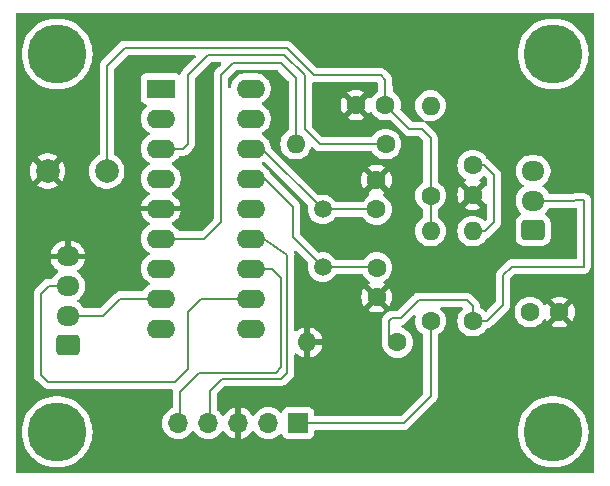
<source format=gbr>
%TF.GenerationSoftware,KiCad,Pcbnew,8.0.7-8.0.7-0~ubuntu22.04.1*%
%TF.CreationDate,2024-12-10T16:16:57+09:00*%
%TF.ProjectId,M252,4d323532-2e6b-4696-9361-645f70636258,rev?*%
%TF.SameCoordinates,Original*%
%TF.FileFunction,Copper,L2,Bot*%
%TF.FilePolarity,Positive*%
%FSLAX46Y46*%
G04 Gerber Fmt 4.6, Leading zero omitted, Abs format (unit mm)*
G04 Created by KiCad (PCBNEW 8.0.7-8.0.7-0~ubuntu22.04.1) date 2024-12-10 16:16:57*
%MOMM*%
%LPD*%
G01*
G04 APERTURE LIST*
G04 Aperture macros list*
%AMRoundRect*
0 Rectangle with rounded corners*
0 $1 Rounding radius*
0 $2 $3 $4 $5 $6 $7 $8 $9 X,Y pos of 4 corners*
0 Add a 4 corners polygon primitive as box body*
4,1,4,$2,$3,$4,$5,$6,$7,$8,$9,$2,$3,0*
0 Add four circle primitives for the rounded corners*
1,1,$1+$1,$2,$3*
1,1,$1+$1,$4,$5*
1,1,$1+$1,$6,$7*
1,1,$1+$1,$8,$9*
0 Add four rect primitives between the rounded corners*
20,1,$1+$1,$2,$3,$4,$5,0*
20,1,$1+$1,$4,$5,$6,$7,0*
20,1,$1+$1,$6,$7,$8,$9,0*
20,1,$1+$1,$8,$9,$2,$3,0*%
G04 Aperture macros list end*
%TA.AperFunction,ComponentPad*%
%ADD10RoundRect,0.250000X0.725000X-0.600000X0.725000X0.600000X-0.725000X0.600000X-0.725000X-0.600000X0*%
%TD*%
%TA.AperFunction,ComponentPad*%
%ADD11O,1.950000X1.700000*%
%TD*%
%TA.AperFunction,ComponentPad*%
%ADD12C,1.600000*%
%TD*%
%TA.AperFunction,ComponentPad*%
%ADD13O,1.600000X1.600000*%
%TD*%
%TA.AperFunction,ComponentPad*%
%ADD14C,2.000000*%
%TD*%
%TA.AperFunction,ComponentPad*%
%ADD15C,5.000000*%
%TD*%
%TA.AperFunction,ComponentPad*%
%ADD16R,2.400000X1.600000*%
%TD*%
%TA.AperFunction,ComponentPad*%
%ADD17O,2.400000X1.600000*%
%TD*%
%TA.AperFunction,ComponentPad*%
%ADD18C,1.500000*%
%TD*%
%TA.AperFunction,ComponentPad*%
%ADD19R,1.700000X1.700000*%
%TD*%
%TA.AperFunction,ComponentPad*%
%ADD20O,1.700000X1.700000*%
%TD*%
%TA.AperFunction,Conductor*%
%ADD21C,0.200000*%
%TD*%
G04 APERTURE END LIST*
D10*
%TO.P,J101,1,Pin_1*%
%TO.N,+5V*%
X104902000Y-88646000D03*
D11*
%TO.P,J101,2,Pin_2*%
%TO.N,/TB2_RX*%
X104902000Y-86146000D03*
%TO.P,J101,3,Pin_3*%
%TO.N,/TB2_TX*%
X104902000Y-83646000D03*
%TO.P,J101,4,Pin_4*%
%TO.N,GND*%
X104902000Y-81146000D03*
%TD*%
D12*
%TO.P,R101,1,1*%
%TO.N,Net-(C104-Pad1)*%
X135620000Y-75990000D03*
D13*
%TO.P,R101,2,2*%
%TO.N,+5V*%
X135620000Y-68370000D03*
%TD*%
D12*
%TO.P,C102,1,1*%
%TO.N,Net-(IC101-RA6)*%
X131064000Y-82082000D03*
%TO.P,C102,2,2*%
%TO.N,GND*%
X131064000Y-84582000D03*
%TD*%
D14*
%TO.P,SW101,1,1*%
%TO.N,Net-(C104-Pad1)*%
X108204000Y-73914000D03*
%TO.P,SW101,2,2*%
%TO.N,GND*%
X103204000Y-73914000D03*
%TD*%
D15*
%TO.P,REF\u002A\u002A,1*%
%TO.N,N/C*%
X104000000Y-96000000D03*
%TD*%
D12*
%TO.P,R104,1,1*%
%TO.N,Net-(J103-Pin_2)*%
X139192000Y-86614000D03*
D13*
%TO.P,R104,2,2*%
%TO.N,Net-(IC101-RA4)*%
X139192000Y-78994000D03*
%TD*%
D15*
%TO.P,REF\u002A\u002A,1*%
%TO.N,N/C*%
X104000000Y-64000000D03*
%TD*%
D12*
%TO.P,R105,1,1*%
%TO.N,Net-(J103-Pin_2)*%
X132810000Y-88417400D03*
D13*
%TO.P,R105,2,2*%
%TO.N,GND*%
X125190000Y-88417400D03*
%TD*%
D16*
%TO.P,IC101,1,RA2*%
%TO.N,unconnected-(IC101-RA2-Pad1)*%
X112776000Y-66929000D03*
D17*
%TO.P,IC101,2,RA3*%
%TO.N,unconnected-(IC101-RA3-Pad2)*%
X112776000Y-69469000D03*
%TO.P,IC101,3,RA4*%
%TO.N,Net-(IC101-RA4)*%
X112776000Y-72009000D03*
%TO.P,IC101,4,RA5/~{MCLR}/VPP*%
%TO.N,Net-(IC101-RA5{slash}~{MCLR}{slash}VPP)*%
X112776000Y-74549000D03*
%TO.P,IC101,5,VSS*%
%TO.N,GND*%
X112776000Y-77089000D03*
%TO.P,IC101,6,RB0*%
%TO.N,Net-(IC101-RB0)*%
X112776000Y-79629000D03*
%TO.P,IC101,7,RB1*%
%TO.N,unconnected-(IC101-RB1-Pad7)*%
X112776000Y-82169000D03*
%TO.P,IC101,8,RB2*%
%TO.N,/TB2_RX*%
X112776000Y-84709000D03*
%TO.P,IC101,9,RB3*%
%TO.N,unconnected-(IC101-RB3-Pad9)*%
X112776000Y-87249000D03*
%TO.P,IC101,10,RB4*%
%TO.N,unconnected-(IC101-RB4-Pad10)*%
X120396000Y-87249000D03*
%TO.P,IC101,11,RB5*%
%TO.N,/TB2_TX*%
X120396000Y-84709000D03*
%TO.P,IC101,12,RB6*%
%TO.N,Net-(IC101-RB6)*%
X120396000Y-82169000D03*
%TO.P,IC101,13,RB7*%
%TO.N,Net-(IC101-RB7)*%
X120396000Y-79629000D03*
%TO.P,IC101,14,VDD*%
%TO.N,+5V*%
X120396000Y-77089000D03*
%TO.P,IC101,15,RA6*%
%TO.N,Net-(IC101-RA6)*%
X120396000Y-74549000D03*
%TO.P,IC101,16,RA7*%
%TO.N,Net-(IC101-RA7)*%
X120396000Y-72009000D03*
%TO.P,IC101,17,RA0*%
%TO.N,unconnected-(IC101-RA0-Pad17)*%
X120396000Y-69469000D03*
%TO.P,IC101,18,RA1*%
%TO.N,unconnected-(IC101-RA1-Pad18)*%
X120396000Y-66929000D03*
%TD*%
D12*
%TO.P,C101,1*%
%TO.N,GND*%
X146538000Y-85852000D03*
%TO.P,C101,2*%
%TO.N,+5V*%
X144038000Y-85852000D03*
%TD*%
D18*
%TO.P,Q101,1,1*%
%TO.N,Net-(IC101-RA7)*%
X126492000Y-77162000D03*
%TO.P,Q101,2,2*%
%TO.N,Net-(IC101-RA6)*%
X126492000Y-82042000D03*
%TD*%
D12*
%TO.P,R103,1,1*%
%TO.N,Net-(IC101-RA4)*%
X131826000Y-71628000D03*
D13*
%TO.P,R103,2,2*%
%TO.N,Net-(IC101-RB0)*%
X124206000Y-71628000D03*
%TD*%
D12*
%TO.P,C104,1,1*%
%TO.N,Net-(C104-Pad1)*%
X131806000Y-68326000D03*
%TO.P,C104,2,2*%
%TO.N,GND*%
X129306000Y-68326000D03*
%TD*%
D19*
%TO.P,J102,1,Pin_1*%
%TO.N,Net-(IC101-RA5{slash}~{MCLR}{slash}VPP)*%
X124420000Y-95250000D03*
D20*
%TO.P,J102,2,Pin_2*%
%TO.N,+5V*%
X121880000Y-95250000D03*
%TO.P,J102,3,Pin_3*%
%TO.N,GND*%
X119340000Y-95250000D03*
%TO.P,J102,4,Pin_4*%
%TO.N,Net-(IC101-RB7)*%
X116800000Y-95250000D03*
%TO.P,J102,5,Pin_5*%
%TO.N,Net-(IC101-RB6)*%
X114260000Y-95250000D03*
%TD*%
D12*
%TO.P,C105,1,1*%
%TO.N,Net-(IC101-RA4)*%
X139192000Y-73426000D03*
%TO.P,C105,2,2*%
%TO.N,GND*%
X139192000Y-75926000D03*
%TD*%
D15*
%TO.P,REF\u002A\u002A,1*%
%TO.N,N/C*%
X146000000Y-64000000D03*
%TD*%
D12*
%TO.P,R102,1,1*%
%TO.N,Net-(IC101-RA5{slash}~{MCLR}{slash}VPP)*%
X135625000Y-86620000D03*
D13*
%TO.P,R102,2,2*%
%TO.N,Net-(C104-Pad1)*%
X135625000Y-79000000D03*
%TD*%
D10*
%TO.P,J103,1,Pin_1*%
%TO.N,+5V*%
X144304000Y-78918000D03*
D11*
%TO.P,J103,2,Pin_2*%
%TO.N,Net-(J103-Pin_2)*%
X144304000Y-76418000D03*
%TO.P,J103,3,Pin_3*%
%TO.N,unconnected-(J103-Pin_3-Pad3)*%
X144304000Y-73918000D03*
%TD*%
D15*
%TO.P,REF\u002A\u002A,1*%
%TO.N,N/C*%
X146000000Y-96000000D03*
%TD*%
D12*
%TO.P,C103,1,1*%
%TO.N,Net-(IC101-RA7)*%
X131038600Y-77165200D03*
%TO.P,C103,2,2*%
%TO.N,GND*%
X131038600Y-74665200D03*
%TD*%
D21*
%TO.N,Net-(IC101-RA6)*%
X123977400Y-79527400D02*
X126492000Y-82042000D01*
X121589800Y-74549000D02*
X123977400Y-76936600D01*
X123977400Y-76936600D02*
X123977400Y-79527400D01*
X131024000Y-82042000D02*
X131064000Y-82082000D01*
X126492000Y-82042000D02*
X131024000Y-82042000D01*
X120396000Y-74549000D02*
X121589800Y-74549000D01*
%TO.N,Net-(IC101-RA7)*%
X121339000Y-72009000D02*
X126492000Y-77162000D01*
X126492000Y-77162000D02*
X131035400Y-77162000D01*
X131035400Y-77162000D02*
X131038600Y-77165200D01*
X120396000Y-72009000D02*
X121339000Y-72009000D01*
%TO.N,Net-(C104-Pad1)*%
X109728000Y-63500000D02*
X108204000Y-65024000D01*
X131806000Y-68326000D02*
X131816000Y-68336000D01*
X131806000Y-68326000D02*
X131800000Y-66400000D01*
X135620000Y-75990000D02*
X135620000Y-78995000D01*
X133838000Y-70358000D02*
X134874000Y-70358000D01*
X125730000Y-65786000D02*
X123444000Y-63500000D01*
X123444000Y-63500000D02*
X109728000Y-63500000D01*
X135620000Y-78995000D02*
X135625000Y-79000000D01*
X131400000Y-65800000D02*
X125730000Y-65786000D01*
X131806000Y-68326000D02*
X133838000Y-70358000D01*
X131400000Y-65800000D02*
X131800000Y-66200000D01*
X135620000Y-71104000D02*
X135620000Y-75990000D01*
X131800000Y-66200000D02*
X131800000Y-66400000D01*
X108204000Y-65024000D02*
X108204000Y-73914000D01*
X134874000Y-70358000D02*
X135620000Y-71104000D01*
%TO.N,Net-(IC101-RA4)*%
X124968000Y-70358000D02*
X126238000Y-71628000D01*
X116800000Y-64100000D02*
X123200000Y-64100000D01*
X141000000Y-78250000D02*
X140256000Y-78994000D01*
X112776000Y-72009000D02*
X114681000Y-72009000D01*
X115062000Y-65786000D02*
X116800000Y-64100000D01*
X139192000Y-73426000D02*
X140176000Y-73426000D01*
X140256000Y-78994000D02*
X139192000Y-78994000D01*
X124968000Y-65786000D02*
X124968000Y-70358000D01*
X126238000Y-71628000D02*
X131826000Y-71628000D01*
X114681000Y-72009000D02*
X115062000Y-71628000D01*
X141000000Y-74250000D02*
X141000000Y-78250000D01*
X123200000Y-64100000D02*
X124968000Y-65786000D01*
X115062000Y-71628000D02*
X115062000Y-65786000D01*
X140176000Y-73426000D02*
X141000000Y-74250000D01*
%TO.N,Net-(IC101-RB6)*%
X120396000Y-82169000D02*
X122169000Y-82169000D01*
X123000000Y-83000000D02*
X123000000Y-90500000D01*
X122500000Y-91000000D02*
X116000000Y-91000000D01*
X123000000Y-90500000D02*
X122500000Y-91000000D01*
X116000000Y-91000000D02*
X114420000Y-92580000D01*
X122169000Y-82169000D02*
X123000000Y-83000000D01*
X114420000Y-92580000D02*
X114420000Y-95250000D01*
%TO.N,/TB2_RX*%
X107910000Y-86146000D02*
X109347000Y-84709000D01*
X109347000Y-84709000D02*
X112776000Y-84709000D01*
X104902000Y-86146000D02*
X107910000Y-86146000D01*
%TO.N,Net-(IC101-RB0)*%
X112776000Y-79629000D02*
X116459000Y-79629000D01*
X122936000Y-64770000D02*
X124206000Y-66040000D01*
X118872000Y-64770000D02*
X122936000Y-64770000D01*
X124206000Y-66040000D02*
X124206000Y-71628000D01*
X117856000Y-78232000D02*
X117856000Y-65786000D01*
X116459000Y-79629000D02*
X117856000Y-78232000D01*
X117856000Y-65786000D02*
X118872000Y-64770000D01*
%TO.N,/TB2_TX*%
X116205000Y-84709000D02*
X115062000Y-85852000D01*
X114000000Y-91750000D02*
X103250000Y-91750000D01*
X103250000Y-91750000D02*
X102616000Y-91186000D01*
X102616000Y-84328000D02*
X103298000Y-83646000D01*
X115062000Y-90678000D02*
X114000000Y-91750000D01*
X102616000Y-91186000D02*
X102616000Y-84328000D01*
X115062000Y-85852000D02*
X115062000Y-90678000D01*
X120396000Y-84709000D02*
X116205000Y-84709000D01*
X103298000Y-83646000D02*
X104902000Y-83646000D01*
%TO.N,Net-(IC101-RB7)*%
X120396000Y-79629000D02*
X121539000Y-79629000D01*
X123000000Y-91500000D02*
X118000000Y-91500000D01*
X118000000Y-91500000D02*
X116920000Y-92500000D01*
X123500000Y-91000000D02*
X123000000Y-91500000D01*
X121539000Y-79629000D02*
X123500000Y-81000000D01*
X116920000Y-92500000D02*
X116920000Y-95250000D01*
X123500000Y-81000000D02*
X123500000Y-91000000D01*
%TO.N,Net-(J103-Pin_2)*%
X141750000Y-82750000D02*
X142500000Y-82000000D01*
X148600000Y-82000000D02*
X148600000Y-76400000D01*
X141750000Y-85250000D02*
X141750000Y-82750000D01*
X138684000Y-84836000D02*
X134620000Y-84836000D01*
X147018000Y-76418000D02*
X144304000Y-76418000D01*
X142500000Y-82000000D02*
X148600000Y-82000000D01*
X132080000Y-86614000D02*
X132080000Y-88417400D01*
X134620000Y-84836000D02*
X133096000Y-86360000D01*
X132334000Y-86360000D02*
X132080000Y-86614000D01*
X140386000Y-86614000D02*
X141750000Y-85250000D01*
X139192000Y-86614000D02*
X139192000Y-85344000D01*
X133096000Y-86360000D02*
X132334000Y-86360000D01*
X148600000Y-76400000D02*
X147018000Y-76418000D01*
X139192000Y-85344000D02*
X138684000Y-84836000D01*
X139192000Y-86614000D02*
X140386000Y-86614000D01*
%TO.N,Net-(IC101-RA5{slash}~{MCLR}{slash}VPP)*%
X124420000Y-95250000D02*
X133350000Y-95250000D01*
X133350000Y-95250000D02*
X135625000Y-92975000D01*
X135625000Y-92975000D02*
X135625000Y-86620000D01*
%TD*%
%TA.AperFunction,Conductor*%
%TO.N,GND*%
G36*
X117859942Y-64720185D02*
G01*
X117905697Y-64772989D01*
X117915641Y-64842147D01*
X117886616Y-64905703D01*
X117880588Y-64912175D01*
X117679718Y-65113046D01*
X117487286Y-65305478D01*
X117375481Y-65417282D01*
X117375480Y-65417284D01*
X117339027Y-65480423D01*
X117305427Y-65538619D01*
X117297831Y-65551777D01*
X117296423Y-65554215D01*
X117255499Y-65706943D01*
X117255499Y-65706945D01*
X117255499Y-65875046D01*
X117255500Y-65875059D01*
X117255500Y-77931903D01*
X117235815Y-77998942D01*
X117219181Y-78019584D01*
X116246584Y-78992181D01*
X116185261Y-79025666D01*
X116158903Y-79028500D01*
X114405602Y-79028500D01*
X114338563Y-79008815D01*
X114295117Y-78960795D01*
X114288284Y-78947385D01*
X114167971Y-78781786D01*
X114023213Y-78637028D01*
X113857611Y-78516713D01*
X113764369Y-78469203D01*
X113713574Y-78421229D01*
X113696779Y-78353407D01*
X113719317Y-78287273D01*
X113764371Y-78248234D01*
X113857347Y-78200861D01*
X114022894Y-78080582D01*
X114022895Y-78080582D01*
X114167582Y-77935895D01*
X114167582Y-77935894D01*
X114287859Y-77770349D01*
X114380755Y-77588029D01*
X114443990Y-77393413D01*
X114452609Y-77339000D01*
X113091686Y-77339000D01*
X113096080Y-77334606D01*
X113148741Y-77243394D01*
X113176000Y-77141661D01*
X113176000Y-77036339D01*
X113148741Y-76934606D01*
X113096080Y-76843394D01*
X113091686Y-76839000D01*
X114452609Y-76839000D01*
X114443990Y-76784586D01*
X114380755Y-76589970D01*
X114287859Y-76407650D01*
X114167582Y-76242105D01*
X114167582Y-76242104D01*
X114022895Y-76097417D01*
X113857349Y-75977140D01*
X113764370Y-75929765D01*
X113713574Y-75881790D01*
X113696779Y-75813969D01*
X113719316Y-75747835D01*
X113764370Y-75708795D01*
X113764920Y-75708515D01*
X113857610Y-75661287D01*
X113933817Y-75605920D01*
X114023213Y-75540971D01*
X114023215Y-75540968D01*
X114023219Y-75540966D01*
X114167966Y-75396219D01*
X114167968Y-75396215D01*
X114167971Y-75396213D01*
X114260890Y-75268319D01*
X114288287Y-75230610D01*
X114381220Y-75048219D01*
X114444477Y-74853534D01*
X114476500Y-74651352D01*
X114476500Y-74446648D01*
X114455506Y-74314099D01*
X114444477Y-74244465D01*
X114390627Y-74078734D01*
X114381220Y-74049781D01*
X114381218Y-74049778D01*
X114381218Y-74049776D01*
X114325144Y-73939726D01*
X114288287Y-73867390D01*
X114247836Y-73811713D01*
X114167971Y-73701786D01*
X114023213Y-73557028D01*
X113857614Y-73436715D01*
X113851006Y-73433348D01*
X113764917Y-73389483D01*
X113714123Y-73341511D01*
X113697328Y-73273690D01*
X113719865Y-73207555D01*
X113764917Y-73168516D01*
X113857610Y-73121287D01*
X113878770Y-73105913D01*
X114023213Y-73000971D01*
X114023215Y-73000968D01*
X114023219Y-73000966D01*
X114167966Y-72856219D01*
X114167968Y-72856215D01*
X114167971Y-72856213D01*
X114288284Y-72690614D01*
X114288285Y-72690613D01*
X114288287Y-72690610D01*
X114295117Y-72677204D01*
X114343091Y-72626409D01*
X114405602Y-72609500D01*
X114594331Y-72609500D01*
X114594347Y-72609501D01*
X114601943Y-72609501D01*
X114760054Y-72609501D01*
X114760057Y-72609501D01*
X114912785Y-72568577D01*
X114987396Y-72525500D01*
X115049716Y-72489520D01*
X115161520Y-72377716D01*
X115161520Y-72377714D01*
X115171724Y-72367511D01*
X115171728Y-72367506D01*
X115420506Y-72118728D01*
X115420511Y-72118724D01*
X115430714Y-72108520D01*
X115430716Y-72108520D01*
X115542520Y-71996716D01*
X115621577Y-71859784D01*
X115662500Y-71707057D01*
X115662500Y-66092563D01*
X115682185Y-66025524D01*
X115700156Y-66003563D01*
X116791428Y-64944943D01*
X117007334Y-64735497D01*
X117069159Y-64702947D01*
X117093674Y-64700500D01*
X117792903Y-64700500D01*
X117859942Y-64720185D01*
G37*
%TD.AperFunction*%
%TA.AperFunction,Conductor*%
G36*
X140222308Y-74337390D02*
G01*
X140266656Y-74365891D01*
X140363181Y-74462416D01*
X140396666Y-74523739D01*
X140399500Y-74550097D01*
X140399500Y-75076445D01*
X140379815Y-75143484D01*
X140327011Y-75189239D01*
X140273011Y-75198540D01*
X139592000Y-75879551D01*
X139592000Y-75873339D01*
X139564741Y-75771606D01*
X139512080Y-75680394D01*
X139437606Y-75605920D01*
X139346394Y-75553259D01*
X139244661Y-75526000D01*
X139238445Y-75526000D01*
X139917472Y-74846974D01*
X139844480Y-74795864D01*
X139829024Y-74788657D01*
X139776585Y-74742484D01*
X139757433Y-74675290D01*
X139777649Y-74608409D01*
X139829023Y-74563893D01*
X139844734Y-74556568D01*
X140031139Y-74426047D01*
X140091296Y-74365889D01*
X140152616Y-74332406D01*
X140222308Y-74337390D01*
G37*
%TD.AperFunction*%
%TA.AperFunction,Conductor*%
G36*
X149442539Y-60520185D02*
G01*
X149488294Y-60572989D01*
X149499500Y-60624500D01*
X149499500Y-99375500D01*
X149479815Y-99442539D01*
X149427011Y-99488294D01*
X149375500Y-99499500D01*
X100624500Y-99499500D01*
X100557461Y-99479815D01*
X100511706Y-99427011D01*
X100500500Y-99375500D01*
X100500500Y-95999996D01*
X100994415Y-95999996D01*
X100994415Y-96000003D01*
X101014738Y-96348927D01*
X101014739Y-96348938D01*
X101075428Y-96693127D01*
X101075430Y-96693134D01*
X101175674Y-97027972D01*
X101314107Y-97348895D01*
X101314113Y-97348908D01*
X101488870Y-97651597D01*
X101697584Y-97931949D01*
X101697589Y-97931955D01*
X101821463Y-98063253D01*
X101937442Y-98186183D01*
X102113903Y-98334251D01*
X102205186Y-98410847D01*
X102205194Y-98410853D01*
X102497203Y-98602911D01*
X102497207Y-98602913D01*
X102809549Y-98759777D01*
X103137989Y-98879319D01*
X103478086Y-98959923D01*
X103825241Y-99000500D01*
X103825248Y-99000500D01*
X104174752Y-99000500D01*
X104174759Y-99000500D01*
X104521914Y-98959923D01*
X104862011Y-98879319D01*
X105190451Y-98759777D01*
X105502793Y-98602913D01*
X105794811Y-98410849D01*
X106062558Y-98186183D01*
X106302412Y-97931953D01*
X106511130Y-97651596D01*
X106685889Y-97348904D01*
X106824326Y-97027971D01*
X106924569Y-96693136D01*
X106939994Y-96605659D01*
X106985260Y-96348938D01*
X106985259Y-96348938D01*
X106985262Y-96348927D01*
X107005585Y-96000000D01*
X106985262Y-95651073D01*
X106977757Y-95608507D01*
X106924571Y-95306872D01*
X106924569Y-95306865D01*
X106907545Y-95250000D01*
X106824326Y-94972029D01*
X106685889Y-94651096D01*
X106528750Y-94378922D01*
X106511129Y-94348402D01*
X106302415Y-94068050D01*
X106302410Y-94068044D01*
X106186433Y-93945117D01*
X106062558Y-93813817D01*
X105914488Y-93689572D01*
X105794813Y-93589152D01*
X105794805Y-93589146D01*
X105502796Y-93397088D01*
X105190458Y-93240226D01*
X105190449Y-93240222D01*
X104862012Y-93120681D01*
X104862009Y-93120680D01*
X104521915Y-93040077D01*
X104478519Y-93035004D01*
X104174759Y-92999500D01*
X103825241Y-92999500D01*
X103521480Y-93035004D01*
X103478085Y-93040077D01*
X103478083Y-93040077D01*
X103137990Y-93120680D01*
X103137987Y-93120681D01*
X102809551Y-93240222D01*
X102809541Y-93240226D01*
X102497203Y-93397088D01*
X102205194Y-93589146D01*
X102205186Y-93589152D01*
X101937442Y-93813817D01*
X101937440Y-93813819D01*
X101697589Y-94068044D01*
X101697584Y-94068050D01*
X101488870Y-94348402D01*
X101314113Y-94651091D01*
X101314107Y-94651104D01*
X101175674Y-94972027D01*
X101075430Y-95306865D01*
X101075428Y-95306872D01*
X101014739Y-95651061D01*
X101014738Y-95651072D01*
X100994415Y-95999996D01*
X100500500Y-95999996D01*
X100500500Y-91142103D01*
X102011910Y-91142103D01*
X102011910Y-91142104D01*
X102015289Y-91199933D01*
X102015500Y-91207166D01*
X102015500Y-91265062D01*
X102016823Y-91269998D01*
X102020833Y-91294833D01*
X102021132Y-91299945D01*
X102021134Y-91299955D01*
X102039364Y-91354936D01*
X102041434Y-91361848D01*
X102043273Y-91368709D01*
X102056423Y-91417786D01*
X102058976Y-91422207D01*
X102069285Y-91445175D01*
X102070893Y-91450026D01*
X102070896Y-91450032D01*
X102102720Y-91498396D01*
X102106520Y-91504556D01*
X102135477Y-91554712D01*
X102135481Y-91554717D01*
X102139090Y-91558326D01*
X102154995Y-91577846D01*
X102157803Y-91582113D01*
X102157804Y-91582115D01*
X102157805Y-91582116D01*
X102157806Y-91582117D01*
X102201081Y-91620614D01*
X102206327Y-91625563D01*
X102247284Y-91666520D01*
X102251713Y-91669077D01*
X102272123Y-91683812D01*
X102775131Y-92131283D01*
X102835064Y-92184599D01*
X102840329Y-92189565D01*
X102881281Y-92230518D01*
X102881283Y-92230519D01*
X102881284Y-92230520D01*
X102885701Y-92233070D01*
X102906124Y-92247813D01*
X102909941Y-92251209D01*
X102961702Y-92277191D01*
X102968054Y-92280616D01*
X103018216Y-92309577D01*
X103023141Y-92310896D01*
X103046690Y-92319854D01*
X103051251Y-92322144D01*
X103107975Y-92333846D01*
X103115001Y-92335510D01*
X103170943Y-92350500D01*
X103176045Y-92350500D01*
X103201097Y-92353056D01*
X103206105Y-92354090D01*
X103263935Y-92350711D01*
X103271168Y-92350500D01*
X113698210Y-92350500D01*
X113765249Y-92370185D01*
X113811004Y-92422989D01*
X113820948Y-92492147D01*
X113820135Y-92496108D01*
X113819499Y-92500944D01*
X113819499Y-92669046D01*
X113819500Y-92669059D01*
X113819500Y-93886299D01*
X113799815Y-93953338D01*
X113747905Y-93998681D01*
X113582171Y-94075964D01*
X113582169Y-94075965D01*
X113388597Y-94211505D01*
X113221505Y-94378597D01*
X113085965Y-94572169D01*
X113085964Y-94572171D01*
X112986098Y-94786335D01*
X112986094Y-94786344D01*
X112924938Y-95014586D01*
X112924936Y-95014596D01*
X112904341Y-95249999D01*
X112904341Y-95250000D01*
X112924936Y-95485403D01*
X112924938Y-95485413D01*
X112986094Y-95713655D01*
X112986096Y-95713659D01*
X112986097Y-95713663D01*
X113065801Y-95884588D01*
X113085965Y-95927830D01*
X113085967Y-95927834D01*
X113136496Y-95999996D01*
X113221505Y-96121401D01*
X113388599Y-96288495D01*
X113485384Y-96356265D01*
X113582165Y-96424032D01*
X113582167Y-96424033D01*
X113582170Y-96424035D01*
X113796337Y-96523903D01*
X114024592Y-96585063D01*
X114201034Y-96600500D01*
X114259999Y-96605659D01*
X114260000Y-96605659D01*
X114260001Y-96605659D01*
X114318966Y-96600500D01*
X114495408Y-96585063D01*
X114723663Y-96523903D01*
X114937830Y-96424035D01*
X115131401Y-96288495D01*
X115298495Y-96121401D01*
X115428425Y-95935842D01*
X115483002Y-95892217D01*
X115552500Y-95885023D01*
X115614855Y-95916546D01*
X115631575Y-95935842D01*
X115761500Y-96121395D01*
X115761505Y-96121401D01*
X115928599Y-96288495D01*
X116025384Y-96356265D01*
X116122165Y-96424032D01*
X116122167Y-96424033D01*
X116122170Y-96424035D01*
X116336337Y-96523903D01*
X116564592Y-96585063D01*
X116741034Y-96600500D01*
X116799999Y-96605659D01*
X116800000Y-96605659D01*
X116800001Y-96605659D01*
X116858966Y-96600500D01*
X117035408Y-96585063D01*
X117263663Y-96523903D01*
X117477830Y-96424035D01*
X117671401Y-96288495D01*
X117838495Y-96121401D01*
X117968730Y-95935405D01*
X118023307Y-95891781D01*
X118092805Y-95884587D01*
X118155160Y-95916110D01*
X118171879Y-95935405D01*
X118301890Y-96121078D01*
X118468917Y-96288105D01*
X118662421Y-96423600D01*
X118876507Y-96523429D01*
X118876516Y-96523433D01*
X119090000Y-96580634D01*
X119090000Y-95683012D01*
X119147007Y-95715925D01*
X119274174Y-95750000D01*
X119405826Y-95750000D01*
X119532993Y-95715925D01*
X119590000Y-95683012D01*
X119590000Y-96580633D01*
X119803483Y-96523433D01*
X119803492Y-96523429D01*
X120017578Y-96423600D01*
X120211082Y-96288105D01*
X120378105Y-96121082D01*
X120508119Y-95935405D01*
X120562696Y-95891781D01*
X120632195Y-95884588D01*
X120694549Y-95916110D01*
X120711269Y-95935405D01*
X120841505Y-96121401D01*
X121008599Y-96288495D01*
X121105384Y-96356265D01*
X121202165Y-96424032D01*
X121202167Y-96424033D01*
X121202170Y-96424035D01*
X121416337Y-96523903D01*
X121644592Y-96585063D01*
X121821034Y-96600500D01*
X121879999Y-96605659D01*
X121880000Y-96605659D01*
X121880001Y-96605659D01*
X121938966Y-96600500D01*
X122115408Y-96585063D01*
X122343663Y-96523903D01*
X122557830Y-96424035D01*
X122751401Y-96288495D01*
X122873329Y-96166566D01*
X122934648Y-96133084D01*
X123004340Y-96138068D01*
X123060274Y-96179939D01*
X123077189Y-96210917D01*
X123126202Y-96342328D01*
X123126206Y-96342335D01*
X123212452Y-96457544D01*
X123212455Y-96457547D01*
X123327664Y-96543793D01*
X123327671Y-96543797D01*
X123462517Y-96594091D01*
X123462516Y-96594091D01*
X123469444Y-96594835D01*
X123522127Y-96600500D01*
X125317872Y-96600499D01*
X125377483Y-96594091D01*
X125512331Y-96543796D01*
X125627546Y-96457546D01*
X125713796Y-96342331D01*
X125764091Y-96207483D01*
X125770500Y-96147873D01*
X125770500Y-95999996D01*
X142994415Y-95999996D01*
X142994415Y-96000003D01*
X143014738Y-96348927D01*
X143014739Y-96348938D01*
X143075428Y-96693127D01*
X143075430Y-96693134D01*
X143175674Y-97027972D01*
X143314107Y-97348895D01*
X143314113Y-97348908D01*
X143488870Y-97651597D01*
X143697584Y-97931949D01*
X143697589Y-97931955D01*
X143821463Y-98063253D01*
X143937442Y-98186183D01*
X144113903Y-98334251D01*
X144205186Y-98410847D01*
X144205194Y-98410853D01*
X144497203Y-98602911D01*
X144497207Y-98602913D01*
X144809549Y-98759777D01*
X145137989Y-98879319D01*
X145478086Y-98959923D01*
X145825241Y-99000500D01*
X145825248Y-99000500D01*
X146174752Y-99000500D01*
X146174759Y-99000500D01*
X146521914Y-98959923D01*
X146862011Y-98879319D01*
X147190451Y-98759777D01*
X147502793Y-98602913D01*
X147794811Y-98410849D01*
X148062558Y-98186183D01*
X148302412Y-97931953D01*
X148511130Y-97651596D01*
X148685889Y-97348904D01*
X148824326Y-97027971D01*
X148924569Y-96693136D01*
X148939994Y-96605659D01*
X148985260Y-96348938D01*
X148985259Y-96348938D01*
X148985262Y-96348927D01*
X149005585Y-96000000D01*
X148985262Y-95651073D01*
X148977757Y-95608507D01*
X148924571Y-95306872D01*
X148924569Y-95306865D01*
X148907545Y-95250000D01*
X148824326Y-94972029D01*
X148685889Y-94651096D01*
X148528750Y-94378922D01*
X148511129Y-94348402D01*
X148302415Y-94068050D01*
X148302410Y-94068044D01*
X148186433Y-93945117D01*
X148062558Y-93813817D01*
X147914488Y-93689572D01*
X147794813Y-93589152D01*
X147794805Y-93589146D01*
X147502796Y-93397088D01*
X147190458Y-93240226D01*
X147190449Y-93240222D01*
X146862012Y-93120681D01*
X146862009Y-93120680D01*
X146521915Y-93040077D01*
X146478519Y-93035004D01*
X146174759Y-92999500D01*
X145825241Y-92999500D01*
X145521480Y-93035004D01*
X145478085Y-93040077D01*
X145478083Y-93040077D01*
X145137990Y-93120680D01*
X145137987Y-93120681D01*
X144809551Y-93240222D01*
X144809541Y-93240226D01*
X144497203Y-93397088D01*
X144205194Y-93589146D01*
X144205186Y-93589152D01*
X143937442Y-93813817D01*
X143937440Y-93813819D01*
X143697589Y-94068044D01*
X143697584Y-94068050D01*
X143488870Y-94348402D01*
X143314113Y-94651091D01*
X143314107Y-94651104D01*
X143175674Y-94972027D01*
X143075430Y-95306865D01*
X143075428Y-95306872D01*
X143014739Y-95651061D01*
X143014738Y-95651072D01*
X142994415Y-95999996D01*
X125770500Y-95999996D01*
X125770500Y-95974500D01*
X125790185Y-95907461D01*
X125842989Y-95861706D01*
X125894500Y-95850500D01*
X133263331Y-95850500D01*
X133263347Y-95850501D01*
X133270943Y-95850501D01*
X133429054Y-95850501D01*
X133429057Y-95850501D01*
X133581785Y-95809577D01*
X133631904Y-95780639D01*
X133718716Y-95730520D01*
X133830520Y-95618716D01*
X133830520Y-95618714D01*
X133840728Y-95608507D01*
X133840730Y-95608504D01*
X135983506Y-93465728D01*
X135983511Y-93465724D01*
X135993714Y-93455520D01*
X135993716Y-93455520D01*
X136105520Y-93343716D01*
X136165271Y-93240223D01*
X136184577Y-93206785D01*
X136225501Y-93054057D01*
X136225501Y-92895943D01*
X136225501Y-92888348D01*
X136225500Y-92888330D01*
X136225500Y-87851692D01*
X136245185Y-87784653D01*
X136278374Y-87750119D01*
X136464139Y-87620047D01*
X136625047Y-87459139D01*
X136755568Y-87272734D01*
X136851739Y-87066496D01*
X136910635Y-86846692D01*
X136930468Y-86620000D01*
X136910635Y-86393308D01*
X136862987Y-86215482D01*
X136851741Y-86173511D01*
X136851738Y-86173502D01*
X136812560Y-86089485D01*
X136755568Y-85967266D01*
X136625047Y-85780861D01*
X136625045Y-85780858D01*
X136492368Y-85648181D01*
X136458883Y-85586858D01*
X136463867Y-85517166D01*
X136505739Y-85461233D01*
X136571203Y-85436816D01*
X136580049Y-85436500D01*
X138230952Y-85436500D01*
X138297991Y-85456185D01*
X138343746Y-85508989D01*
X138353690Y-85578147D01*
X138324665Y-85641703D01*
X138318646Y-85648167D01*
X138269208Y-85697606D01*
X138191951Y-85774862D01*
X138061432Y-85961265D01*
X138061431Y-85961267D01*
X137965261Y-86167502D01*
X137965258Y-86167511D01*
X137906366Y-86387302D01*
X137906364Y-86387313D01*
X137886532Y-86613998D01*
X137886532Y-86614001D01*
X137906364Y-86840686D01*
X137906366Y-86840697D01*
X137965258Y-87060488D01*
X137965261Y-87060497D01*
X138061431Y-87266732D01*
X138061432Y-87266734D01*
X138191954Y-87453141D01*
X138352858Y-87614045D01*
X138352861Y-87614047D01*
X138539266Y-87744568D01*
X138745504Y-87840739D01*
X138745509Y-87840740D01*
X138745511Y-87840741D01*
X138798415Y-87854916D01*
X138965308Y-87899635D01*
X139127230Y-87913801D01*
X139191998Y-87919468D01*
X139192000Y-87919468D01*
X139192002Y-87919468D01*
X139248673Y-87914509D01*
X139418692Y-87899635D01*
X139638496Y-87840739D01*
X139844734Y-87744568D01*
X140031139Y-87614047D01*
X140192047Y-87453139D01*
X140322117Y-87267377D01*
X140376693Y-87223753D01*
X140423692Y-87214501D01*
X140465054Y-87214501D01*
X140465057Y-87214501D01*
X140617785Y-87173577D01*
X140690205Y-87131765D01*
X140754716Y-87094520D01*
X140866520Y-86982716D01*
X140866520Y-86982714D01*
X140876724Y-86972511D01*
X140876728Y-86972506D01*
X141997236Y-85851998D01*
X142732532Y-85851998D01*
X142732532Y-85852001D01*
X142752364Y-86078686D01*
X142752366Y-86078697D01*
X142811258Y-86298488D01*
X142811261Y-86298497D01*
X142907431Y-86504732D01*
X142907432Y-86504734D01*
X143037954Y-86691141D01*
X143198858Y-86852045D01*
X143201386Y-86853815D01*
X143385266Y-86982568D01*
X143591504Y-87078739D01*
X143811308Y-87137635D01*
X143973230Y-87151801D01*
X144037998Y-87157468D01*
X144038000Y-87157468D01*
X144038002Y-87157468D01*
X144094673Y-87152509D01*
X144264692Y-87137635D01*
X144484496Y-87078739D01*
X144690734Y-86982568D01*
X144877139Y-86852047D01*
X145038047Y-86691139D01*
X145168568Y-86504734D01*
X145175893Y-86489024D01*
X145222064Y-86436586D01*
X145289257Y-86417433D01*
X145356138Y-86437648D01*
X145400657Y-86489024D01*
X145407864Y-86504480D01*
X145458974Y-86577472D01*
X146138000Y-85898446D01*
X146138000Y-85904661D01*
X146165259Y-86006394D01*
X146217920Y-86097606D01*
X146292394Y-86172080D01*
X146383606Y-86224741D01*
X146485339Y-86252000D01*
X146491553Y-86252000D01*
X145812526Y-86931025D01*
X145885513Y-86982132D01*
X145885521Y-86982136D01*
X146091668Y-87078264D01*
X146091682Y-87078269D01*
X146311389Y-87137139D01*
X146311400Y-87137141D01*
X146537998Y-87156966D01*
X146538002Y-87156966D01*
X146764599Y-87137141D01*
X146764610Y-87137139D01*
X146984317Y-87078269D01*
X146984331Y-87078264D01*
X147190478Y-86982136D01*
X147263471Y-86931024D01*
X146584447Y-86252000D01*
X146590661Y-86252000D01*
X146692394Y-86224741D01*
X146783606Y-86172080D01*
X146858080Y-86097606D01*
X146910741Y-86006394D01*
X146938000Y-85904661D01*
X146938000Y-85898447D01*
X147617024Y-86577471D01*
X147668136Y-86504478D01*
X147764264Y-86298331D01*
X147764269Y-86298317D01*
X147823139Y-86078610D01*
X147823141Y-86078599D01*
X147842966Y-85852002D01*
X147842966Y-85851997D01*
X147823141Y-85625400D01*
X147823139Y-85625389D01*
X147764269Y-85405682D01*
X147764264Y-85405668D01*
X147668136Y-85199521D01*
X147668132Y-85199513D01*
X147617025Y-85126526D01*
X146938000Y-85805551D01*
X146938000Y-85799339D01*
X146910741Y-85697606D01*
X146858080Y-85606394D01*
X146783606Y-85531920D01*
X146692394Y-85479259D01*
X146590661Y-85452000D01*
X146584445Y-85452000D01*
X147263472Y-84772974D01*
X147190478Y-84721863D01*
X146984331Y-84625735D01*
X146984317Y-84625730D01*
X146764610Y-84566860D01*
X146764599Y-84566858D01*
X146538002Y-84547034D01*
X146537998Y-84547034D01*
X146311400Y-84566858D01*
X146311389Y-84566860D01*
X146091682Y-84625730D01*
X146091673Y-84625734D01*
X145885516Y-84721866D01*
X145885512Y-84721868D01*
X145812526Y-84772973D01*
X145812526Y-84772974D01*
X146491553Y-85452000D01*
X146485339Y-85452000D01*
X146383606Y-85479259D01*
X146292394Y-85531920D01*
X146217920Y-85606394D01*
X146165259Y-85697606D01*
X146138000Y-85799339D01*
X146138000Y-85805552D01*
X145458974Y-85126526D01*
X145458973Y-85126526D01*
X145407868Y-85199512D01*
X145407867Y-85199514D01*
X145400656Y-85214979D01*
X145354482Y-85267417D01*
X145287288Y-85286567D01*
X145220407Y-85266350D01*
X145175893Y-85214976D01*
X145168568Y-85199266D01*
X145038047Y-85012861D01*
X145038045Y-85012858D01*
X144877141Y-84851954D01*
X144690734Y-84721432D01*
X144690732Y-84721431D01*
X144484497Y-84625261D01*
X144484488Y-84625258D01*
X144264697Y-84566366D01*
X144264693Y-84566365D01*
X144264692Y-84566365D01*
X144264691Y-84566364D01*
X144264686Y-84566364D01*
X144038002Y-84546532D01*
X144037998Y-84546532D01*
X143811313Y-84566364D01*
X143811302Y-84566366D01*
X143591511Y-84625258D01*
X143591502Y-84625261D01*
X143385267Y-84721431D01*
X143385265Y-84721432D01*
X143198858Y-84851954D01*
X143037954Y-85012858D01*
X142907432Y-85199265D01*
X142907431Y-85199267D01*
X142811261Y-85405502D01*
X142811258Y-85405511D01*
X142752366Y-85625302D01*
X142752364Y-85625313D01*
X142732532Y-85851998D01*
X141997236Y-85851998D01*
X142108506Y-85740728D01*
X142108511Y-85740724D01*
X142118714Y-85730520D01*
X142118716Y-85730520D01*
X142230520Y-85618716D01*
X142295011Y-85507013D01*
X142309577Y-85481785D01*
X142350500Y-85329058D01*
X142350500Y-85170943D01*
X142350500Y-83050097D01*
X142370185Y-82983058D01*
X142386819Y-82962416D01*
X142712416Y-82636819D01*
X142773739Y-82603334D01*
X142800097Y-82600500D01*
X148679055Y-82600500D01*
X148679057Y-82600500D01*
X148831784Y-82559577D01*
X148968716Y-82480520D01*
X149080520Y-82368716D01*
X149159577Y-82231784D01*
X149200500Y-82079057D01*
X149200500Y-76486797D01*
X149201361Y-76472402D01*
X149201358Y-76472223D01*
X149201360Y-76472220D01*
X149200508Y-76397341D01*
X149200500Y-76395931D01*
X149200500Y-76320762D01*
X149200487Y-76320584D01*
X149200154Y-76318258D01*
X149199960Y-76316845D01*
X149199647Y-76314473D01*
X149199612Y-76314301D01*
X149199561Y-76314119D01*
X149199561Y-76314116D01*
X149179326Y-76241900D01*
X149178981Y-76240636D01*
X149172567Y-76216697D01*
X149159577Y-76168216D01*
X149159575Y-76168212D01*
X149159527Y-76168033D01*
X149159478Y-76167890D01*
X149158564Y-76165752D01*
X149158018Y-76164453D01*
X149157077Y-76162182D01*
X149157007Y-76162042D01*
X149156903Y-76161867D01*
X149156903Y-76161865D01*
X149118620Y-76097264D01*
X149118069Y-76096321D01*
X149082452Y-76034630D01*
X149080435Y-76031136D01*
X149080324Y-76030972D01*
X149078855Y-76029102D01*
X149077988Y-76027985D01*
X149076554Y-76026117D01*
X149076411Y-76025956D01*
X149076294Y-76025842D01*
X149076294Y-76025841D01*
X149022691Y-75973444D01*
X149021688Y-75972452D01*
X148968600Y-75919364D01*
X148968424Y-75919211D01*
X148966551Y-75917808D01*
X148965428Y-75916957D01*
X148963557Y-75915521D01*
X148963370Y-75915398D01*
X148963226Y-75915317D01*
X148963225Y-75915316D01*
X148903599Y-75881790D01*
X148897915Y-75878594D01*
X148896689Y-75877895D01*
X148831643Y-75840341D01*
X148831446Y-75840245D01*
X148829249Y-75839364D01*
X148827983Y-75838848D01*
X148825766Y-75837930D01*
X148825573Y-75837865D01*
X148752830Y-75819258D01*
X148751469Y-75818901D01*
X148678904Y-75799458D01*
X148678675Y-75799414D01*
X148676315Y-75799131D01*
X148674941Y-75798958D01*
X148672607Y-75798651D01*
X148672382Y-75798637D01*
X148597249Y-75799492D01*
X148595839Y-75799500D01*
X148520770Y-75799500D01*
X148506376Y-75800525D01*
X147015258Y-75817492D01*
X147013847Y-75817500D01*
X145714719Y-75817500D01*
X145647680Y-75797815D01*
X145604235Y-75749795D01*
X145584052Y-75710185D01*
X145584051Y-75710184D01*
X145459109Y-75538213D01*
X145308792Y-75387896D01*
X145289074Y-75373570D01*
X145144204Y-75268316D01*
X145101540Y-75212989D01*
X145095561Y-75143376D01*
X145128166Y-75081580D01*
X145144199Y-75067686D01*
X145308792Y-74948104D01*
X145459104Y-74797792D01*
X145459106Y-74797788D01*
X145459109Y-74797786D01*
X145580571Y-74630606D01*
X145584051Y-74625816D01*
X145680557Y-74436412D01*
X145746246Y-74234243D01*
X145779500Y-74024287D01*
X145779500Y-73811713D01*
X145746246Y-73601757D01*
X145680557Y-73399588D01*
X145584051Y-73210184D01*
X145584049Y-73210181D01*
X145584048Y-73210179D01*
X145459109Y-73038213D01*
X145308786Y-72887890D01*
X145136820Y-72762951D01*
X144947414Y-72666444D01*
X144947413Y-72666443D01*
X144947412Y-72666443D01*
X144745243Y-72600754D01*
X144745241Y-72600753D01*
X144745240Y-72600753D01*
X144583957Y-72575208D01*
X144535287Y-72567500D01*
X144072713Y-72567500D01*
X144024042Y-72575208D01*
X143862760Y-72600753D01*
X143660585Y-72666444D01*
X143471179Y-72762951D01*
X143299213Y-72887890D01*
X143148890Y-73038213D01*
X143023951Y-73210179D01*
X142927444Y-73399585D01*
X142861753Y-73601760D01*
X142828500Y-73811713D01*
X142828500Y-74024286D01*
X142859657Y-74221007D01*
X142861754Y-74234243D01*
X142924076Y-74426050D01*
X142927444Y-74436414D01*
X143023951Y-74625820D01*
X143148890Y-74797786D01*
X143299209Y-74948105D01*
X143299214Y-74948109D01*
X143463793Y-75067682D01*
X143506459Y-75123011D01*
X143512438Y-75192625D01*
X143479833Y-75254420D01*
X143463793Y-75268318D01*
X143299214Y-75387890D01*
X143299209Y-75387894D01*
X143148890Y-75538213D01*
X143023951Y-75710179D01*
X142927444Y-75899585D01*
X142861753Y-76101760D01*
X142828500Y-76311713D01*
X142828500Y-76524286D01*
X142859292Y-76718702D01*
X142861754Y-76734243D01*
X142926856Y-76934606D01*
X142927444Y-76936414D01*
X143023951Y-77125820D01*
X143148890Y-77297786D01*
X143287705Y-77436601D01*
X143321190Y-77497924D01*
X143316206Y-77567616D01*
X143274334Y-77623549D01*
X143265121Y-77629821D01*
X143110342Y-77725289D01*
X142986289Y-77849342D01*
X142894187Y-77998663D01*
X142894185Y-77998668D01*
X142892306Y-78004339D01*
X142839001Y-78165203D01*
X142839001Y-78165204D01*
X142839000Y-78165204D01*
X142828500Y-78267983D01*
X142828500Y-79568001D01*
X142828501Y-79568018D01*
X142839000Y-79670796D01*
X142839001Y-79670799D01*
X142894185Y-79837331D01*
X142894187Y-79837336D01*
X142929069Y-79893888D01*
X142986288Y-79986656D01*
X143110344Y-80110712D01*
X143259666Y-80202814D01*
X143426203Y-80257999D01*
X143528991Y-80268500D01*
X145079008Y-80268499D01*
X145181797Y-80257999D01*
X145348334Y-80202814D01*
X145497656Y-80110712D01*
X145621712Y-79986656D01*
X145713814Y-79837334D01*
X145768999Y-79670797D01*
X145779500Y-79568009D01*
X145779499Y-78267992D01*
X145777509Y-78248515D01*
X145768999Y-78165203D01*
X145768998Y-78165200D01*
X145741087Y-78080971D01*
X145713814Y-77998666D01*
X145621712Y-77849344D01*
X145497656Y-77725288D01*
X145348334Y-77633186D01*
X145348333Y-77633185D01*
X145342878Y-77629821D01*
X145296154Y-77577873D01*
X145284931Y-77508910D01*
X145312775Y-77444828D01*
X145320272Y-77436623D01*
X145459104Y-77297792D01*
X145584051Y-77125816D01*
X145586955Y-77120117D01*
X145604235Y-77086205D01*
X145652209Y-77035409D01*
X145714719Y-77018500D01*
X146931194Y-77018500D01*
X146945616Y-77019362D01*
X146945776Y-77019360D01*
X146945780Y-77019361D01*
X147019671Y-77018520D01*
X147020750Y-77018508D01*
X147022160Y-77018500D01*
X147097235Y-77018500D01*
X147111629Y-77017473D01*
X147874092Y-77008797D01*
X147941348Y-77027718D01*
X147987701Y-77079997D01*
X147999500Y-77132789D01*
X147999500Y-81275500D01*
X147979815Y-81342539D01*
X147927011Y-81388294D01*
X147875500Y-81399500D01*
X142420943Y-81399500D01*
X142268214Y-81440423D01*
X142244363Y-81454194D01*
X142220511Y-81467965D01*
X142220510Y-81467965D01*
X142131290Y-81519475D01*
X142131282Y-81519481D01*
X141269481Y-82381282D01*
X141269477Y-82381287D01*
X141229394Y-82450715D01*
X141229394Y-82450716D01*
X141190423Y-82518214D01*
X141190423Y-82518215D01*
X141149499Y-82670943D01*
X141149499Y-82670945D01*
X141149499Y-82839046D01*
X141149500Y-82839059D01*
X141149500Y-84949902D01*
X141129815Y-85016941D01*
X141113181Y-85037583D01*
X140371619Y-85779144D01*
X140310296Y-85812629D01*
X140240604Y-85807645D01*
X140197435Y-85777129D01*
X140195876Y-85778689D01*
X140031140Y-85613953D01*
X139845377Y-85483881D01*
X139801752Y-85429304D01*
X139792500Y-85382306D01*
X139792500Y-85264945D01*
X139792500Y-85264943D01*
X139751577Y-85112216D01*
X139708488Y-85037583D01*
X139672524Y-84975290D01*
X139672521Y-84975286D01*
X139672520Y-84975284D01*
X139560716Y-84863480D01*
X139560715Y-84863479D01*
X139556385Y-84859149D01*
X139556374Y-84859139D01*
X139171590Y-84474355D01*
X139171588Y-84474352D01*
X139052717Y-84355481D01*
X139052716Y-84355480D01*
X138965904Y-84305360D01*
X138965904Y-84305359D01*
X138965900Y-84305358D01*
X138915785Y-84276423D01*
X138763057Y-84235499D01*
X138604943Y-84235499D01*
X138597347Y-84235499D01*
X138597331Y-84235500D01*
X134540940Y-84235500D01*
X134500019Y-84246464D01*
X134500019Y-84246465D01*
X134490764Y-84248945D01*
X134388214Y-84276423D01*
X134388209Y-84276426D01*
X134251290Y-84355475D01*
X134251282Y-84355481D01*
X134189718Y-84417046D01*
X134139480Y-84467284D01*
X134139478Y-84467286D01*
X133494549Y-85112216D01*
X132883584Y-85723181D01*
X132822261Y-85756666D01*
X132795903Y-85759500D01*
X132254942Y-85759500D01*
X132102213Y-85800423D01*
X132060480Y-85824519D01*
X132060479Y-85824519D01*
X131965287Y-85879477D01*
X131965282Y-85879481D01*
X131599481Y-86245282D01*
X131599479Y-86245285D01*
X131549361Y-86332094D01*
X131549359Y-86332096D01*
X131520425Y-86382209D01*
X131520424Y-86382210D01*
X131514914Y-86402775D01*
X131479499Y-86534943D01*
X131479499Y-86534945D01*
X131479499Y-86703046D01*
X131479500Y-86703059D01*
X131479500Y-88496457D01*
X131519057Y-88644086D01*
X131520424Y-88649187D01*
X131522165Y-88652202D01*
X131534548Y-88682099D01*
X131583261Y-88863896D01*
X131583263Y-88863900D01*
X131679431Y-89070132D01*
X131679432Y-89070134D01*
X131809954Y-89256541D01*
X131970858Y-89417445D01*
X131995578Y-89434754D01*
X132157266Y-89547968D01*
X132363504Y-89644139D01*
X132583308Y-89703035D01*
X132745230Y-89717201D01*
X132809998Y-89722868D01*
X132810000Y-89722868D01*
X132810002Y-89722868D01*
X132866673Y-89717909D01*
X133036692Y-89703035D01*
X133256496Y-89644139D01*
X133462734Y-89547968D01*
X133649139Y-89417447D01*
X133810047Y-89256539D01*
X133940568Y-89070134D01*
X134036739Y-88863896D01*
X134095635Y-88644092D01*
X134115468Y-88417400D01*
X134110558Y-88361284D01*
X134095635Y-88190713D01*
X134095635Y-88190708D01*
X134036739Y-87970904D01*
X133940568Y-87764666D01*
X133810047Y-87578261D01*
X133810045Y-87578258D01*
X133649141Y-87417354D01*
X133462734Y-87286832D01*
X133462732Y-87286831D01*
X133256497Y-87190661D01*
X133256484Y-87190657D01*
X133233295Y-87184443D01*
X133173635Y-87148077D01*
X133143107Y-87085229D01*
X133151404Y-87015854D01*
X133195891Y-86961977D01*
X133233292Y-86944896D01*
X133327785Y-86919577D01*
X133391716Y-86882666D01*
X133464716Y-86840520D01*
X133576520Y-86728716D01*
X133576520Y-86728714D01*
X133586724Y-86718511D01*
X133586727Y-86718506D01*
X134168588Y-86136646D01*
X134229910Y-86103162D01*
X134299602Y-86108146D01*
X134355535Y-86150018D01*
X134379952Y-86215482D01*
X134376043Y-86256421D01*
X134339366Y-86393302D01*
X134339364Y-86393313D01*
X134319532Y-86619998D01*
X134319532Y-86620001D01*
X134339364Y-86846686D01*
X134339366Y-86846697D01*
X134398258Y-87066488D01*
X134398261Y-87066497D01*
X134494431Y-87272732D01*
X134494432Y-87272734D01*
X134624954Y-87459141D01*
X134785858Y-87620045D01*
X134785861Y-87620047D01*
X134971624Y-87750118D01*
X135015248Y-87804693D01*
X135024500Y-87851692D01*
X135024500Y-92674903D01*
X135004815Y-92741942D01*
X134988181Y-92762584D01*
X133137584Y-94613181D01*
X133076261Y-94646666D01*
X133049903Y-94649500D01*
X125894499Y-94649500D01*
X125827460Y-94629815D01*
X125781705Y-94577011D01*
X125770499Y-94525500D01*
X125770499Y-94352129D01*
X125770498Y-94352123D01*
X125770098Y-94348404D01*
X125764091Y-94292517D01*
X125762810Y-94289083D01*
X125713797Y-94157671D01*
X125713793Y-94157664D01*
X125627547Y-94042455D01*
X125627544Y-94042452D01*
X125512335Y-93956206D01*
X125512328Y-93956202D01*
X125377482Y-93905908D01*
X125377483Y-93905908D01*
X125317883Y-93899501D01*
X125317881Y-93899500D01*
X125317873Y-93899500D01*
X125317864Y-93899500D01*
X123522129Y-93899500D01*
X123522123Y-93899501D01*
X123462516Y-93905908D01*
X123327671Y-93956202D01*
X123327664Y-93956206D01*
X123212455Y-94042452D01*
X123212452Y-94042455D01*
X123126206Y-94157664D01*
X123126203Y-94157669D01*
X123077189Y-94289083D01*
X123035317Y-94345016D01*
X122969853Y-94369433D01*
X122901580Y-94354581D01*
X122873326Y-94333430D01*
X122751402Y-94211506D01*
X122751395Y-94211501D01*
X122557834Y-94075967D01*
X122557830Y-94075965D01*
X122540843Y-94068044D01*
X122343663Y-93976097D01*
X122343659Y-93976096D01*
X122343655Y-93976094D01*
X122115413Y-93914938D01*
X122115403Y-93914936D01*
X121880001Y-93894341D01*
X121879999Y-93894341D01*
X121644596Y-93914936D01*
X121644586Y-93914938D01*
X121416344Y-93976094D01*
X121416335Y-93976098D01*
X121202171Y-94075964D01*
X121202169Y-94075965D01*
X121008597Y-94211505D01*
X120841508Y-94378594D01*
X120711269Y-94564595D01*
X120656692Y-94608219D01*
X120587193Y-94615412D01*
X120524839Y-94583890D01*
X120508119Y-94564594D01*
X120378113Y-94378926D01*
X120378108Y-94378920D01*
X120211082Y-94211894D01*
X120017578Y-94076399D01*
X119803492Y-93976570D01*
X119803486Y-93976567D01*
X119590000Y-93919364D01*
X119590000Y-94816988D01*
X119532993Y-94784075D01*
X119405826Y-94750000D01*
X119274174Y-94750000D01*
X119147007Y-94784075D01*
X119090000Y-94816988D01*
X119090000Y-93919364D01*
X119089999Y-93919364D01*
X118876513Y-93976567D01*
X118876507Y-93976570D01*
X118662422Y-94076399D01*
X118662420Y-94076400D01*
X118468926Y-94211886D01*
X118468920Y-94211891D01*
X118301891Y-94378920D01*
X118301890Y-94378922D01*
X118171880Y-94564595D01*
X118117303Y-94608219D01*
X118047804Y-94615412D01*
X117985450Y-94583890D01*
X117968730Y-94564594D01*
X117838494Y-94378597D01*
X117671404Y-94211508D01*
X117671402Y-94211506D01*
X117671401Y-94211505D01*
X117660656Y-94203981D01*
X117573375Y-94142865D01*
X117529751Y-94088288D01*
X117520500Y-94041291D01*
X117520500Y-92816545D01*
X117540185Y-92749506D01*
X117560254Y-92725559D01*
X118199664Y-92133514D01*
X118262228Y-92102410D01*
X118283910Y-92100500D01*
X122913331Y-92100500D01*
X122913347Y-92100501D01*
X122920943Y-92100501D01*
X123079054Y-92100501D01*
X123079057Y-92100501D01*
X123231785Y-92059577D01*
X123299601Y-92020423D01*
X123301235Y-92019480D01*
X123368709Y-91980524D01*
X123368708Y-91980524D01*
X123368716Y-91980520D01*
X123480520Y-91868716D01*
X123480521Y-91868714D01*
X123980520Y-91368716D01*
X124059577Y-91231784D01*
X124100501Y-91079057D01*
X124100501Y-90920942D01*
X124100501Y-90913347D01*
X124100500Y-90913329D01*
X124100500Y-89465740D01*
X124120185Y-89398701D01*
X124172989Y-89352946D01*
X124242147Y-89343002D01*
X124305703Y-89372027D01*
X124312181Y-89378059D01*
X124351179Y-89417057D01*
X124537517Y-89547534D01*
X124743673Y-89643665D01*
X124743682Y-89643669D01*
X124939999Y-89696272D01*
X124940000Y-89696271D01*
X124940000Y-88733086D01*
X124944394Y-88737480D01*
X125035606Y-88790141D01*
X125137339Y-88817400D01*
X125242661Y-88817400D01*
X125344394Y-88790141D01*
X125435606Y-88737480D01*
X125440000Y-88733086D01*
X125440000Y-89696272D01*
X125636317Y-89643669D01*
X125636326Y-89643665D01*
X125842482Y-89547534D01*
X126028820Y-89417057D01*
X126189657Y-89256220D01*
X126320134Y-89069882D01*
X126416265Y-88863726D01*
X126416269Y-88863717D01*
X126468872Y-88667400D01*
X125505686Y-88667400D01*
X125510080Y-88663006D01*
X125562741Y-88571794D01*
X125590000Y-88470061D01*
X125590000Y-88364739D01*
X125562741Y-88263006D01*
X125510080Y-88171794D01*
X125505686Y-88167400D01*
X126468872Y-88167400D01*
X126468872Y-88167399D01*
X126416269Y-87971082D01*
X126416265Y-87971073D01*
X126320134Y-87764917D01*
X126189657Y-87578579D01*
X126028820Y-87417742D01*
X125842482Y-87287265D01*
X125636328Y-87191134D01*
X125440000Y-87138527D01*
X125440000Y-88101714D01*
X125435606Y-88097320D01*
X125344394Y-88044659D01*
X125242661Y-88017400D01*
X125137339Y-88017400D01*
X125035606Y-88044659D01*
X124944394Y-88097320D01*
X124940000Y-88101714D01*
X124940000Y-87138527D01*
X124743671Y-87191134D01*
X124537517Y-87287265D01*
X124351179Y-87417742D01*
X124312181Y-87456741D01*
X124250858Y-87490226D01*
X124181166Y-87485242D01*
X124125233Y-87443370D01*
X124100816Y-87377906D01*
X124100500Y-87369060D01*
X124100500Y-81031370D01*
X124100964Y-81020653D01*
X124101933Y-81009485D01*
X124105086Y-80973144D01*
X124102399Y-80957967D01*
X124100500Y-80936348D01*
X124100500Y-80920944D01*
X124100499Y-80920940D01*
X124088158Y-80874883D01*
X124085831Y-80864405D01*
X124085480Y-80862425D01*
X124077518Y-80817451D01*
X124077075Y-80816504D01*
X124076942Y-80815629D01*
X124075068Y-80809699D01*
X124075992Y-80809406D01*
X124066533Y-80747435D01*
X124095005Y-80683630D01*
X124153452Y-80645347D01*
X124223320Y-80644740D01*
X124277100Y-80676335D01*
X125240882Y-81640117D01*
X125274367Y-81701440D01*
X125272976Y-81759889D01*
X125255795Y-81824011D01*
X125255792Y-81824029D01*
X125236723Y-82041997D01*
X125236723Y-82042002D01*
X125246258Y-82150988D01*
X125253326Y-82231784D01*
X125255793Y-82259975D01*
X125255793Y-82259979D01*
X125312422Y-82471322D01*
X125312424Y-82471326D01*
X125312425Y-82471330D01*
X125353573Y-82559573D01*
X125404897Y-82669638D01*
X125404898Y-82669639D01*
X125530402Y-82848877D01*
X125685123Y-83003598D01*
X125864361Y-83129102D01*
X126062670Y-83221575D01*
X126274023Y-83278207D01*
X126456926Y-83294208D01*
X126491998Y-83297277D01*
X126492000Y-83297277D01*
X126492002Y-83297277D01*
X126520254Y-83294805D01*
X126709977Y-83278207D01*
X126921330Y-83221575D01*
X127119639Y-83129102D01*
X127298877Y-83003598D01*
X127453598Y-82848877D01*
X127561081Y-82695374D01*
X127615657Y-82651751D01*
X127662655Y-82642500D01*
X129811426Y-82642500D01*
X129878465Y-82662185D01*
X129923807Y-82714094D01*
X129933431Y-82734732D01*
X129933432Y-82734734D01*
X130063954Y-82921141D01*
X130224858Y-83082045D01*
X130224861Y-83082047D01*
X130411266Y-83212568D01*
X130426975Y-83219893D01*
X130479414Y-83266064D01*
X130498567Y-83333257D01*
X130478352Y-83400138D01*
X130426979Y-83444656D01*
X130411514Y-83451867D01*
X130411512Y-83451868D01*
X130338526Y-83502973D01*
X130338526Y-83502974D01*
X131017553Y-84182000D01*
X131011339Y-84182000D01*
X130909606Y-84209259D01*
X130818394Y-84261920D01*
X130743920Y-84336394D01*
X130691259Y-84427606D01*
X130664000Y-84529339D01*
X130664000Y-84535552D01*
X129984974Y-83856526D01*
X129984973Y-83856526D01*
X129933868Y-83929512D01*
X129933866Y-83929516D01*
X129837734Y-84135673D01*
X129837730Y-84135682D01*
X129778860Y-84355389D01*
X129778858Y-84355400D01*
X129759034Y-84581997D01*
X129759034Y-84582002D01*
X129778858Y-84808599D01*
X129778860Y-84808610D01*
X129837730Y-85028317D01*
X129837735Y-85028331D01*
X129933863Y-85234478D01*
X129984974Y-85307472D01*
X130664000Y-84628446D01*
X130664000Y-84634661D01*
X130691259Y-84736394D01*
X130743920Y-84827606D01*
X130818394Y-84902080D01*
X130909606Y-84954741D01*
X131011339Y-84982000D01*
X131017553Y-84982000D01*
X130338526Y-85661025D01*
X130411513Y-85712132D01*
X130411521Y-85712136D01*
X130617668Y-85808264D01*
X130617682Y-85808269D01*
X130837389Y-85867139D01*
X130837400Y-85867141D01*
X131063998Y-85886966D01*
X131064002Y-85886966D01*
X131290599Y-85867141D01*
X131290610Y-85867139D01*
X131510317Y-85808269D01*
X131510331Y-85808264D01*
X131716478Y-85712136D01*
X131789471Y-85661024D01*
X131110447Y-84982000D01*
X131116661Y-84982000D01*
X131218394Y-84954741D01*
X131309606Y-84902080D01*
X131384080Y-84827606D01*
X131436741Y-84736394D01*
X131464000Y-84634661D01*
X131464000Y-84628447D01*
X132143024Y-85307471D01*
X132194136Y-85234478D01*
X132290264Y-85028331D01*
X132290269Y-85028317D01*
X132349139Y-84808610D01*
X132349141Y-84808599D01*
X132368966Y-84582002D01*
X132368966Y-84581997D01*
X132349141Y-84355400D01*
X132349139Y-84355389D01*
X132290269Y-84135682D01*
X132290264Y-84135668D01*
X132194136Y-83929521D01*
X132194132Y-83929513D01*
X132143025Y-83856526D01*
X131464000Y-84535551D01*
X131464000Y-84529339D01*
X131436741Y-84427606D01*
X131384080Y-84336394D01*
X131309606Y-84261920D01*
X131218394Y-84209259D01*
X131116661Y-84182000D01*
X131110445Y-84182000D01*
X131789472Y-83502974D01*
X131716480Y-83451864D01*
X131701024Y-83444657D01*
X131648585Y-83398484D01*
X131629433Y-83331290D01*
X131649649Y-83264409D01*
X131701023Y-83219893D01*
X131716734Y-83212568D01*
X131903139Y-83082047D01*
X132064047Y-82921139D01*
X132194568Y-82734734D01*
X132290739Y-82528496D01*
X132349635Y-82308692D01*
X132369468Y-82082000D01*
X132369210Y-82079056D01*
X132349635Y-81855313D01*
X132349635Y-81855308D01*
X132290739Y-81635504D01*
X132194568Y-81429266D01*
X132064047Y-81242861D01*
X132064045Y-81242858D01*
X131903141Y-81081954D01*
X131716734Y-80951432D01*
X131716732Y-80951431D01*
X131510497Y-80855261D01*
X131510488Y-80855258D01*
X131290697Y-80796366D01*
X131290693Y-80796365D01*
X131290692Y-80796365D01*
X131290691Y-80796364D01*
X131290686Y-80796364D01*
X131064002Y-80776532D01*
X131063998Y-80776532D01*
X130837313Y-80796364D01*
X130837302Y-80796366D01*
X130617511Y-80855258D01*
X130617502Y-80855261D01*
X130411267Y-80951431D01*
X130411265Y-80951432D01*
X130224858Y-81081954D01*
X130063954Y-81242858D01*
X129961890Y-81388623D01*
X129907313Y-81432248D01*
X129860315Y-81441500D01*
X127662655Y-81441500D01*
X127595616Y-81421815D01*
X127561080Y-81388623D01*
X127453599Y-81235124D01*
X127395503Y-81177028D01*
X127298877Y-81080402D01*
X127130720Y-80962657D01*
X127119638Y-80954897D01*
X126988378Y-80893690D01*
X126921330Y-80862425D01*
X126921326Y-80862424D01*
X126921322Y-80862422D01*
X126709977Y-80805793D01*
X126492002Y-80786723D01*
X126491998Y-80786723D01*
X126274029Y-80805792D01*
X126274011Y-80805795D01*
X126209889Y-80822976D01*
X126140039Y-80821312D01*
X126090117Y-80790882D01*
X124614219Y-79314984D01*
X124580734Y-79253661D01*
X124577900Y-79227303D01*
X124577900Y-76857543D01*
X124577899Y-76857539D01*
X124570290Y-76829141D01*
X124561540Y-76796484D01*
X124536977Y-76704815D01*
X124508039Y-76654695D01*
X124457920Y-76567884D01*
X124346116Y-76456080D01*
X124346115Y-76456079D01*
X124341785Y-76451749D01*
X124341774Y-76451739D01*
X122077390Y-74187355D01*
X122077388Y-74187352D01*
X122051824Y-74161788D01*
X122021574Y-74112424D01*
X122001222Y-74049786D01*
X122001220Y-74049780D01*
X121945144Y-73939726D01*
X121908287Y-73867390D01*
X121867836Y-73811713D01*
X121787971Y-73701786D01*
X121643213Y-73557028D01*
X121477614Y-73436715D01*
X121471006Y-73433348D01*
X121384917Y-73389483D01*
X121334123Y-73341511D01*
X121317328Y-73273690D01*
X121339865Y-73207555D01*
X121384917Y-73168516D01*
X121477610Y-73121287D01*
X121477611Y-73121285D01*
X121479776Y-73120183D01*
X121548445Y-73107287D01*
X121613186Y-73133563D01*
X121623752Y-73142987D01*
X125240882Y-76760117D01*
X125274367Y-76821440D01*
X125272976Y-76879889D01*
X125255795Y-76944011D01*
X125255792Y-76944029D01*
X125236723Y-77161997D01*
X125236723Y-77162002D01*
X125255793Y-77379975D01*
X125255793Y-77379979D01*
X125312422Y-77591322D01*
X125312424Y-77591326D01*
X125312425Y-77591330D01*
X125327449Y-77623549D01*
X125404897Y-77789638D01*
X125404898Y-77789639D01*
X125530402Y-77968877D01*
X125685123Y-78123598D01*
X125864361Y-78249102D01*
X126062670Y-78341575D01*
X126274023Y-78398207D01*
X126456926Y-78414208D01*
X126491998Y-78417277D01*
X126492000Y-78417277D01*
X126492002Y-78417277D01*
X126520254Y-78414805D01*
X126709977Y-78398207D01*
X126921330Y-78341575D01*
X127119639Y-78249102D01*
X127298877Y-78123598D01*
X127453598Y-77968877D01*
X127561081Y-77815374D01*
X127615657Y-77771751D01*
X127662655Y-77762500D01*
X129804667Y-77762500D01*
X129871706Y-77782185D01*
X129906242Y-77815377D01*
X129908031Y-77817932D01*
X129908032Y-77817934D01*
X129973534Y-77911482D01*
X130038554Y-78004341D01*
X130199458Y-78165245D01*
X130246293Y-78198039D01*
X130385866Y-78295768D01*
X130592104Y-78391939D01*
X130592109Y-78391940D01*
X130592111Y-78391941D01*
X130645015Y-78406116D01*
X130811908Y-78450835D01*
X130973830Y-78465001D01*
X131038598Y-78470668D01*
X131038600Y-78470668D01*
X131038602Y-78470668D01*
X131095273Y-78465709D01*
X131265292Y-78450835D01*
X131485096Y-78391939D01*
X131691334Y-78295768D01*
X131877739Y-78165247D01*
X132038647Y-78004339D01*
X132169168Y-77817934D01*
X132265339Y-77611696D01*
X132324235Y-77391892D01*
X132342306Y-77185335D01*
X132344068Y-77165201D01*
X132344068Y-77165198D01*
X132331155Y-77017601D01*
X132324235Y-76938508D01*
X132265339Y-76718704D01*
X132169168Y-76512466D01*
X132038647Y-76326061D01*
X132038645Y-76326058D01*
X131877741Y-76165154D01*
X131691334Y-76034632D01*
X131691330Y-76034630D01*
X131675622Y-76027305D01*
X131623183Y-75981131D01*
X131604033Y-75913937D01*
X131624250Y-75847057D01*
X131675628Y-75802540D01*
X131691081Y-75795334D01*
X131764071Y-75744224D01*
X131085047Y-75065200D01*
X131091261Y-75065200D01*
X131192994Y-75037941D01*
X131284206Y-74985280D01*
X131358680Y-74910806D01*
X131411341Y-74819594D01*
X131438600Y-74717861D01*
X131438600Y-74711647D01*
X132117624Y-75390671D01*
X132168736Y-75317678D01*
X132264864Y-75111531D01*
X132264869Y-75111517D01*
X132323739Y-74891810D01*
X132323741Y-74891799D01*
X132343566Y-74665202D01*
X132343566Y-74665197D01*
X132323741Y-74438600D01*
X132323739Y-74438589D01*
X132264869Y-74218882D01*
X132264864Y-74218868D01*
X132168736Y-74012721D01*
X132168732Y-74012713D01*
X132117625Y-73939726D01*
X131438600Y-74618751D01*
X131438600Y-74612539D01*
X131411341Y-74510806D01*
X131358680Y-74419594D01*
X131284206Y-74345120D01*
X131192994Y-74292459D01*
X131091261Y-74265200D01*
X131085045Y-74265200D01*
X131764072Y-73586174D01*
X131691078Y-73535063D01*
X131484931Y-73438935D01*
X131484917Y-73438930D01*
X131265210Y-73380060D01*
X131265199Y-73380058D01*
X131038602Y-73360234D01*
X131038598Y-73360234D01*
X130812000Y-73380058D01*
X130811989Y-73380060D01*
X130592282Y-73438930D01*
X130592273Y-73438934D01*
X130386116Y-73535066D01*
X130386112Y-73535068D01*
X130313126Y-73586173D01*
X130313126Y-73586174D01*
X130992153Y-74265200D01*
X130985939Y-74265200D01*
X130884206Y-74292459D01*
X130792994Y-74345120D01*
X130718520Y-74419594D01*
X130665859Y-74510806D01*
X130638600Y-74612539D01*
X130638600Y-74618752D01*
X129959574Y-73939726D01*
X129959573Y-73939726D01*
X129908468Y-74012712D01*
X129908466Y-74012716D01*
X129812334Y-74218873D01*
X129812330Y-74218882D01*
X129753460Y-74438589D01*
X129753458Y-74438600D01*
X129733634Y-74665197D01*
X129733634Y-74665202D01*
X129753458Y-74891799D01*
X129753460Y-74891810D01*
X129812330Y-75111517D01*
X129812335Y-75111531D01*
X129908463Y-75317678D01*
X129959574Y-75390672D01*
X130638600Y-74711646D01*
X130638600Y-74717861D01*
X130665859Y-74819594D01*
X130718520Y-74910806D01*
X130792994Y-74985280D01*
X130884206Y-75037941D01*
X130985939Y-75065200D01*
X130992153Y-75065200D01*
X130313126Y-75744225D01*
X130386113Y-75795332D01*
X130386115Y-75795333D01*
X130401573Y-75802541D01*
X130454013Y-75848713D01*
X130473166Y-75915906D01*
X130452951Y-75982787D01*
X130401579Y-76027304D01*
X130385870Y-76034629D01*
X130385865Y-76034632D01*
X130199458Y-76165154D01*
X130038554Y-76326058D01*
X129910723Y-76508623D01*
X129856147Y-76552248D01*
X129809148Y-76561500D01*
X127662655Y-76561500D01*
X127595616Y-76541815D01*
X127561080Y-76508623D01*
X127453599Y-76355124D01*
X127378028Y-76279553D01*
X127298877Y-76200402D01*
X127151835Y-76097442D01*
X127119638Y-76074897D01*
X127015028Y-76026117D01*
X126921330Y-75982425D01*
X126921326Y-75982424D01*
X126921322Y-75982422D01*
X126709977Y-75925793D01*
X126492002Y-75906723D01*
X126491998Y-75906723D01*
X126274029Y-75925792D01*
X126274011Y-75925795D01*
X126209889Y-75942976D01*
X126140039Y-75941312D01*
X126090117Y-75910882D01*
X122126987Y-71947752D01*
X122093502Y-71886429D01*
X122092195Y-71879469D01*
X122088271Y-71854697D01*
X122070237Y-71740831D01*
X122064477Y-71704465D01*
X122001218Y-71509776D01*
X121967503Y-71443607D01*
X121908287Y-71327390D01*
X121886176Y-71296957D01*
X121787971Y-71161786D01*
X121643213Y-71017028D01*
X121477614Y-70896715D01*
X121471006Y-70893348D01*
X121384917Y-70849483D01*
X121334123Y-70801511D01*
X121317328Y-70733690D01*
X121339865Y-70667555D01*
X121384917Y-70628516D01*
X121477610Y-70581287D01*
X121498770Y-70565913D01*
X121643213Y-70460971D01*
X121643215Y-70460968D01*
X121643219Y-70460966D01*
X121787966Y-70316219D01*
X121787968Y-70316215D01*
X121787971Y-70316213D01*
X121840732Y-70243590D01*
X121908287Y-70150610D01*
X122001220Y-69968219D01*
X122064477Y-69773534D01*
X122096500Y-69571352D01*
X122096500Y-69366648D01*
X122064477Y-69164466D01*
X122001220Y-68969781D01*
X122001218Y-68969778D01*
X122001218Y-68969776D01*
X121961300Y-68891433D01*
X121908287Y-68787390D01*
X121886176Y-68756957D01*
X121787971Y-68621786D01*
X121643213Y-68477028D01*
X121477614Y-68356715D01*
X121417330Y-68325999D01*
X121384917Y-68309483D01*
X121334123Y-68261511D01*
X121317328Y-68193690D01*
X121339865Y-68127555D01*
X121384917Y-68088516D01*
X121477610Y-68041287D01*
X121526289Y-68005920D01*
X121643213Y-67920971D01*
X121643215Y-67920968D01*
X121643219Y-67920966D01*
X121787966Y-67776219D01*
X121787968Y-67776215D01*
X121787971Y-67776213D01*
X121862584Y-67673515D01*
X121908287Y-67610610D01*
X122001220Y-67428219D01*
X122064477Y-67233534D01*
X122096500Y-67031352D01*
X122096500Y-66826648D01*
X122064477Y-66624466D01*
X122057473Y-66602911D01*
X122027447Y-66510500D01*
X122001220Y-66429781D01*
X122001218Y-66429778D01*
X122001218Y-66429776D01*
X121967503Y-66363607D01*
X121908287Y-66247390D01*
X121863818Y-66186183D01*
X121787971Y-66081786D01*
X121643213Y-65937028D01*
X121477613Y-65816715D01*
X121477612Y-65816714D01*
X121477610Y-65816713D01*
X121408287Y-65781391D01*
X121295223Y-65723781D01*
X121100534Y-65660522D01*
X120925995Y-65632878D01*
X120898352Y-65628500D01*
X119893648Y-65628500D01*
X119869329Y-65632351D01*
X119691465Y-65660522D01*
X119496776Y-65723781D01*
X119314386Y-65816715D01*
X119148786Y-65937028D01*
X119004028Y-66081786D01*
X118883715Y-66247386D01*
X118790781Y-66429776D01*
X118727522Y-66624465D01*
X118702973Y-66779466D01*
X118673044Y-66842601D01*
X118613732Y-66879532D01*
X118543870Y-66878534D01*
X118485637Y-66839924D01*
X118457523Y-66775960D01*
X118456500Y-66760068D01*
X118456500Y-66086097D01*
X118476185Y-66019058D01*
X118492819Y-65998416D01*
X119084416Y-65406819D01*
X119145739Y-65373334D01*
X119172097Y-65370500D01*
X122635903Y-65370500D01*
X122702942Y-65390185D01*
X122723584Y-65406819D01*
X123569181Y-66252416D01*
X123602666Y-66313739D01*
X123605500Y-66340097D01*
X123605500Y-70396306D01*
X123585815Y-70463345D01*
X123552623Y-70497881D01*
X123366859Y-70627953D01*
X123205954Y-70788858D01*
X123075432Y-70975265D01*
X123075431Y-70975267D01*
X122979261Y-71181502D01*
X122979258Y-71181511D01*
X122920366Y-71401302D01*
X122920364Y-71401313D01*
X122900532Y-71627998D01*
X122900532Y-71628001D01*
X122920364Y-71854686D01*
X122920366Y-71854697D01*
X122979258Y-72074488D01*
X122979261Y-72074497D01*
X123075431Y-72280732D01*
X123075432Y-72280734D01*
X123205954Y-72467141D01*
X123366858Y-72628045D01*
X123366861Y-72628047D01*
X123553266Y-72758568D01*
X123759504Y-72854739D01*
X123759509Y-72854740D01*
X123759511Y-72854741D01*
X123812415Y-72868916D01*
X123979308Y-72913635D01*
X124141230Y-72927801D01*
X124205998Y-72933468D01*
X124206000Y-72933468D01*
X124206002Y-72933468D01*
X124262673Y-72928509D01*
X124432692Y-72913635D01*
X124652496Y-72854739D01*
X124858734Y-72758568D01*
X125045139Y-72628047D01*
X125206047Y-72467139D01*
X125336568Y-72280734D01*
X125432739Y-72074496D01*
X125462214Y-71964492D01*
X125498579Y-71904832D01*
X125561425Y-71874303D01*
X125630801Y-71882597D01*
X125669670Y-71908905D01*
X125753139Y-71992374D01*
X125753149Y-71992385D01*
X125757479Y-71996715D01*
X125757480Y-71996716D01*
X125869284Y-72108520D01*
X125869286Y-72108521D01*
X125869290Y-72108524D01*
X125924439Y-72140364D01*
X125924444Y-72140366D01*
X126006209Y-72187574D01*
X126006210Y-72187574D01*
X126006215Y-72187577D01*
X126158942Y-72228500D01*
X126158943Y-72228500D01*
X130594308Y-72228500D01*
X130661347Y-72248185D01*
X130695880Y-72281374D01*
X130763337Y-72377713D01*
X130825954Y-72467141D01*
X130986858Y-72628045D01*
X130986861Y-72628047D01*
X131173266Y-72758568D01*
X131379504Y-72854739D01*
X131379509Y-72854740D01*
X131379511Y-72854741D01*
X131432415Y-72868916D01*
X131599308Y-72913635D01*
X131761230Y-72927801D01*
X131825998Y-72933468D01*
X131826000Y-72933468D01*
X131826002Y-72933468D01*
X131882673Y-72928509D01*
X132052692Y-72913635D01*
X132272496Y-72854739D01*
X132478734Y-72758568D01*
X132665139Y-72628047D01*
X132826047Y-72467139D01*
X132956568Y-72280734D01*
X133052739Y-72074496D01*
X133111635Y-71854692D01*
X133131468Y-71628000D01*
X133111635Y-71401308D01*
X133066916Y-71234415D01*
X133052741Y-71181511D01*
X133052738Y-71181502D01*
X132980925Y-71027500D01*
X132956568Y-70975266D01*
X132826047Y-70788861D01*
X132826045Y-70788858D01*
X132665141Y-70627954D01*
X132478734Y-70497432D01*
X132478732Y-70497431D01*
X132272497Y-70401261D01*
X132272488Y-70401258D01*
X132052697Y-70342366D01*
X132052693Y-70342365D01*
X132052692Y-70342365D01*
X132052691Y-70342364D01*
X132052686Y-70342364D01*
X131826002Y-70322532D01*
X131825998Y-70322532D01*
X131599313Y-70342364D01*
X131599302Y-70342366D01*
X131379511Y-70401258D01*
X131379502Y-70401261D01*
X131173267Y-70497431D01*
X131173265Y-70497432D01*
X130986858Y-70627954D01*
X130825954Y-70788858D01*
X130749450Y-70898118D01*
X130695881Y-70974624D01*
X130641307Y-71018248D01*
X130594308Y-71027500D01*
X126538097Y-71027500D01*
X126471058Y-71007815D01*
X126450416Y-70991181D01*
X125604819Y-70145584D01*
X125571334Y-70084261D01*
X125568500Y-70057903D01*
X125568500Y-66510500D01*
X125588185Y-66443461D01*
X125640989Y-66397706D01*
X125692500Y-66386500D01*
X125729248Y-66386500D01*
X131076187Y-66399701D01*
X131143178Y-66419551D01*
X131188802Y-66472468D01*
X131199880Y-66523315D01*
X131201666Y-67096604D01*
X131182191Y-67163704D01*
X131148790Y-67198565D01*
X130966859Y-67325953D01*
X130805954Y-67486858D01*
X130675432Y-67673265D01*
X130675429Y-67673270D01*
X130668104Y-67688979D01*
X130621929Y-67741417D01*
X130554735Y-67760566D01*
X130487855Y-67740347D01*
X130443341Y-67688973D01*
X130436133Y-67673515D01*
X130436132Y-67673513D01*
X130385025Y-67600526D01*
X129706000Y-68279551D01*
X129706000Y-68273339D01*
X129678741Y-68171606D01*
X129626080Y-68080394D01*
X129551606Y-68005920D01*
X129460394Y-67953259D01*
X129358661Y-67926000D01*
X129352445Y-67926000D01*
X130031472Y-67246974D01*
X129958478Y-67195863D01*
X129752331Y-67099735D01*
X129752317Y-67099730D01*
X129532610Y-67040860D01*
X129532599Y-67040858D01*
X129306002Y-67021034D01*
X129305998Y-67021034D01*
X129079400Y-67040858D01*
X129079389Y-67040860D01*
X128859682Y-67099730D01*
X128859673Y-67099734D01*
X128653516Y-67195866D01*
X128653512Y-67195868D01*
X128580526Y-67246973D01*
X128580526Y-67246974D01*
X129259553Y-67926000D01*
X129253339Y-67926000D01*
X129151606Y-67953259D01*
X129060394Y-68005920D01*
X128985920Y-68080394D01*
X128933259Y-68171606D01*
X128906000Y-68273339D01*
X128906000Y-68279552D01*
X128226974Y-67600526D01*
X128226973Y-67600526D01*
X128175868Y-67673512D01*
X128175866Y-67673516D01*
X128079734Y-67879673D01*
X128079730Y-67879682D01*
X128020860Y-68099389D01*
X128020858Y-68099400D01*
X128001034Y-68325997D01*
X128001034Y-68326002D01*
X128020858Y-68552599D01*
X128020860Y-68552610D01*
X128079730Y-68772317D01*
X128079735Y-68772331D01*
X128175863Y-68978478D01*
X128226974Y-69051472D01*
X128906000Y-68372446D01*
X128906000Y-68378661D01*
X128933259Y-68480394D01*
X128985920Y-68571606D01*
X129060394Y-68646080D01*
X129151606Y-68698741D01*
X129253339Y-68726000D01*
X129259553Y-68726000D01*
X128580526Y-69405025D01*
X128653513Y-69456132D01*
X128653521Y-69456136D01*
X128859668Y-69552264D01*
X128859682Y-69552269D01*
X129079389Y-69611139D01*
X129079400Y-69611141D01*
X129305998Y-69630966D01*
X129306002Y-69630966D01*
X129532599Y-69611141D01*
X129532610Y-69611139D01*
X129752317Y-69552269D01*
X129752331Y-69552264D01*
X129958478Y-69456136D01*
X130031471Y-69405024D01*
X129352447Y-68726000D01*
X129358661Y-68726000D01*
X129460394Y-68698741D01*
X129551606Y-68646080D01*
X129626080Y-68571606D01*
X129678741Y-68480394D01*
X129706000Y-68378661D01*
X129706000Y-68372447D01*
X130385024Y-69051471D01*
X130436134Y-68978481D01*
X130443340Y-68963028D01*
X130489511Y-68910587D01*
X130556704Y-68891433D01*
X130623585Y-68911646D01*
X130668105Y-68963022D01*
X130675430Y-68978730D01*
X130675432Y-68978734D01*
X130805954Y-69165141D01*
X130966858Y-69326045D01*
X130966861Y-69326047D01*
X131153266Y-69456568D01*
X131359504Y-69552739D01*
X131579308Y-69611635D01*
X131741230Y-69625801D01*
X131805998Y-69631468D01*
X131806000Y-69631468D01*
X131806002Y-69631468D01*
X131862673Y-69626509D01*
X132032692Y-69611635D01*
X132128932Y-69585847D01*
X132198781Y-69587510D01*
X132248706Y-69617941D01*
X133353139Y-70722374D01*
X133353149Y-70722385D01*
X133357479Y-70726715D01*
X133357480Y-70726716D01*
X133469284Y-70838520D01*
X133469286Y-70838521D01*
X133469290Y-70838524D01*
X133527645Y-70872215D01*
X133527650Y-70872217D01*
X133606209Y-70917574D01*
X133606210Y-70917575D01*
X133606212Y-70917575D01*
X133606215Y-70917577D01*
X133758943Y-70958501D01*
X133758946Y-70958501D01*
X133924653Y-70958501D01*
X133924669Y-70958500D01*
X134573903Y-70958500D01*
X134640942Y-70978185D01*
X134661584Y-70994819D01*
X134983181Y-71316416D01*
X135016666Y-71377739D01*
X135019500Y-71404097D01*
X135019500Y-74758306D01*
X134999815Y-74825345D01*
X134966623Y-74859881D01*
X134780859Y-74989953D01*
X134619954Y-75150858D01*
X134489432Y-75337265D01*
X134489431Y-75337267D01*
X134393261Y-75543502D01*
X134393258Y-75543511D01*
X134334366Y-75763302D01*
X134334364Y-75763313D01*
X134314532Y-75989998D01*
X134314532Y-75990001D01*
X134334364Y-76216686D01*
X134334366Y-76216697D01*
X134393258Y-76436488D01*
X134393261Y-76436497D01*
X134489431Y-76642732D01*
X134489432Y-76642734D01*
X134619954Y-76829141D01*
X134780858Y-76990045D01*
X134780861Y-76990047D01*
X134966624Y-77120118D01*
X135010248Y-77174693D01*
X135019500Y-77221692D01*
X135019500Y-77771808D01*
X134999815Y-77838847D01*
X134966623Y-77873383D01*
X134785858Y-77999954D01*
X134624954Y-78160858D01*
X134494432Y-78347265D01*
X134494431Y-78347267D01*
X134398261Y-78553502D01*
X134398258Y-78553511D01*
X134339366Y-78773302D01*
X134339364Y-78773313D01*
X134319532Y-78999998D01*
X134319532Y-79000001D01*
X134339364Y-79226686D01*
X134339366Y-79226697D01*
X134398258Y-79446488D01*
X134398261Y-79446497D01*
X134494431Y-79652732D01*
X134494432Y-79652734D01*
X134624954Y-79839141D01*
X134785858Y-80000045D01*
X134785861Y-80000047D01*
X134972266Y-80130568D01*
X135178504Y-80226739D01*
X135398308Y-80285635D01*
X135530554Y-80297205D01*
X135624998Y-80305468D01*
X135625000Y-80305468D01*
X135625002Y-80305468D01*
X135693580Y-80299468D01*
X135851692Y-80285635D01*
X136071496Y-80226739D01*
X136277734Y-80130568D01*
X136464139Y-80000047D01*
X136625047Y-79839139D01*
X136755568Y-79652734D01*
X136851739Y-79446496D01*
X136910635Y-79226692D01*
X136930468Y-79000000D01*
X136910635Y-78773308D01*
X136851739Y-78553504D01*
X136755568Y-78347266D01*
X136643025Y-78186537D01*
X136625045Y-78160858D01*
X136464141Y-77999954D01*
X136273377Y-77866381D01*
X136229752Y-77811805D01*
X136220500Y-77764806D01*
X136220500Y-77221692D01*
X136240185Y-77154653D01*
X136273374Y-77120119D01*
X136459139Y-76990047D01*
X136620047Y-76829139D01*
X136750568Y-76642734D01*
X136846739Y-76436496D01*
X136905635Y-76216692D01*
X136925468Y-75990000D01*
X136924805Y-75982426D01*
X136915721Y-75878594D01*
X136905635Y-75763308D01*
X136846739Y-75543504D01*
X136750568Y-75337266D01*
X136636288Y-75174056D01*
X136620045Y-75150858D01*
X136459140Y-74989953D01*
X136273377Y-74859881D01*
X136229752Y-74805304D01*
X136220500Y-74758306D01*
X136220500Y-73425998D01*
X137886532Y-73425998D01*
X137886532Y-73426001D01*
X137906364Y-73652686D01*
X137906366Y-73652697D01*
X137965258Y-73872488D01*
X137965261Y-73872497D01*
X138061431Y-74078732D01*
X138061432Y-74078734D01*
X138191954Y-74265141D01*
X138352858Y-74426045D01*
X138399693Y-74458839D01*
X138539266Y-74556568D01*
X138554975Y-74563893D01*
X138607414Y-74610064D01*
X138626567Y-74677257D01*
X138606352Y-74744138D01*
X138554979Y-74788656D01*
X138539514Y-74795867D01*
X138539512Y-74795868D01*
X138466526Y-74846973D01*
X138466526Y-74846974D01*
X139145553Y-75526000D01*
X139139339Y-75526000D01*
X139037606Y-75553259D01*
X138946394Y-75605920D01*
X138871920Y-75680394D01*
X138819259Y-75771606D01*
X138792000Y-75873339D01*
X138792000Y-75879552D01*
X138112974Y-75200526D01*
X138112973Y-75200526D01*
X138061868Y-75273512D01*
X138061866Y-75273516D01*
X137965734Y-75479673D01*
X137965730Y-75479682D01*
X137906860Y-75699389D01*
X137906858Y-75699400D01*
X137887034Y-75925997D01*
X137887034Y-75926002D01*
X137906858Y-76152599D01*
X137906860Y-76152610D01*
X137965730Y-76372317D01*
X137965735Y-76372331D01*
X138061863Y-76578478D01*
X138112974Y-76651472D01*
X138792000Y-75972446D01*
X138792000Y-75978661D01*
X138819259Y-76080394D01*
X138871920Y-76171606D01*
X138946394Y-76246080D01*
X139037606Y-76298741D01*
X139139339Y-76326000D01*
X139145553Y-76326000D01*
X138466526Y-77005025D01*
X138539513Y-77056132D01*
X138539521Y-77056136D01*
X138745668Y-77152264D01*
X138745682Y-77152269D01*
X138965389Y-77211139D01*
X138965400Y-77211141D01*
X139191998Y-77230966D01*
X139192002Y-77230966D01*
X139418599Y-77211141D01*
X139418610Y-77211139D01*
X139638317Y-77152269D01*
X139638331Y-77152264D01*
X139844478Y-77056136D01*
X139917471Y-77005024D01*
X139238447Y-76326000D01*
X139244661Y-76326000D01*
X139346394Y-76298741D01*
X139437606Y-76246080D01*
X139512080Y-76171606D01*
X139564741Y-76080394D01*
X139592000Y-75978661D01*
X139592000Y-75972447D01*
X140273309Y-76653756D01*
X140333192Y-76665791D01*
X140383375Y-76714406D01*
X140399500Y-76775553D01*
X140399500Y-77949902D01*
X140379815Y-78016941D01*
X140363181Y-78037583D01*
X140306656Y-78094108D01*
X140245333Y-78127593D01*
X140175641Y-78122609D01*
X140131295Y-78094109D01*
X140031139Y-77993953D01*
X140031138Y-77993952D01*
X140031137Y-77993951D01*
X139844734Y-77863432D01*
X139844732Y-77863431D01*
X139638497Y-77767261D01*
X139638488Y-77767258D01*
X139418697Y-77708366D01*
X139418693Y-77708365D01*
X139418692Y-77708365D01*
X139418691Y-77708364D01*
X139418686Y-77708364D01*
X139192002Y-77688532D01*
X139191998Y-77688532D01*
X138965313Y-77708364D01*
X138965302Y-77708366D01*
X138745511Y-77767258D01*
X138745502Y-77767261D01*
X138539267Y-77863431D01*
X138539265Y-77863432D01*
X138352858Y-77993954D01*
X138191954Y-78154858D01*
X138061432Y-78341265D01*
X138061431Y-78341267D01*
X137965261Y-78547502D01*
X137965258Y-78547511D01*
X137906366Y-78767302D01*
X137906364Y-78767313D01*
X137886532Y-78993998D01*
X137886532Y-78994001D01*
X137906364Y-79220686D01*
X137906366Y-79220697D01*
X137965258Y-79440488D01*
X137965261Y-79440497D01*
X138061431Y-79646732D01*
X138061432Y-79646734D01*
X138191954Y-79833141D01*
X138352858Y-79994045D01*
X138352861Y-79994047D01*
X138539266Y-80124568D01*
X138745504Y-80220739D01*
X138745509Y-80220740D01*
X138745511Y-80220741D01*
X138778204Y-80229501D01*
X138965308Y-80279635D01*
X139127230Y-80293801D01*
X139191998Y-80299468D01*
X139192000Y-80299468D01*
X139192002Y-80299468D01*
X139248673Y-80294509D01*
X139418692Y-80279635D01*
X139638496Y-80220739D01*
X139844734Y-80124568D01*
X140031139Y-79994047D01*
X140192047Y-79833139D01*
X140322568Y-79646734D01*
X140324180Y-79643274D01*
X140370350Y-79590834D01*
X140404469Y-79575901D01*
X140487785Y-79553577D01*
X140537904Y-79524639D01*
X140624716Y-79474520D01*
X140736520Y-79362716D01*
X140736520Y-79362714D01*
X140746728Y-79352507D01*
X140746730Y-79352504D01*
X141358506Y-78740728D01*
X141358511Y-78740724D01*
X141368714Y-78730520D01*
X141368716Y-78730520D01*
X141480520Y-78618716D01*
X141540700Y-78514481D01*
X141559577Y-78481785D01*
X141600501Y-78329057D01*
X141600501Y-78170943D01*
X141600501Y-78163348D01*
X141600500Y-78163330D01*
X141600500Y-74339059D01*
X141600501Y-74339046D01*
X141600501Y-74170945D01*
X141600501Y-74170943D01*
X141559577Y-74018215D01*
X141499408Y-73914000D01*
X141480520Y-73881284D01*
X141368716Y-73769480D01*
X141368715Y-73769479D01*
X141364385Y-73765149D01*
X141364374Y-73765139D01*
X140663590Y-73064355D01*
X140663588Y-73064352D01*
X140544717Y-72945481D01*
X140544709Y-72945475D01*
X140444978Y-72887896D01*
X140444976Y-72887895D01*
X140407786Y-72866422D01*
X140400554Y-72863427D01*
X140346152Y-72819585D01*
X140335627Y-72801271D01*
X140322570Y-72773271D01*
X140322567Y-72773265D01*
X140312275Y-72758567D01*
X140192047Y-72586861D01*
X140192045Y-72586858D01*
X140031141Y-72425954D01*
X139844734Y-72295432D01*
X139844732Y-72295431D01*
X139638497Y-72199261D01*
X139638488Y-72199258D01*
X139418697Y-72140366D01*
X139418693Y-72140365D01*
X139418692Y-72140365D01*
X139418691Y-72140364D01*
X139418686Y-72140364D01*
X139192002Y-72120532D01*
X139191998Y-72120532D01*
X138965313Y-72140364D01*
X138965302Y-72140366D01*
X138745511Y-72199258D01*
X138745502Y-72199261D01*
X138539267Y-72295431D01*
X138539265Y-72295432D01*
X138352858Y-72425954D01*
X138191954Y-72586858D01*
X138061432Y-72773265D01*
X138061431Y-72773267D01*
X137965261Y-72979502D01*
X137965258Y-72979511D01*
X137906366Y-73199302D01*
X137906364Y-73199313D01*
X137886532Y-73425998D01*
X136220500Y-73425998D01*
X136220500Y-71024945D01*
X136220499Y-71024941D01*
X136218380Y-71017034D01*
X136202697Y-70958500D01*
X136191732Y-70917575D01*
X136191732Y-70917574D01*
X136179578Y-70872217D01*
X136179577Y-70872215D01*
X136160125Y-70838524D01*
X136120274Y-70769500D01*
X136100520Y-70735284D01*
X135988716Y-70623480D01*
X135988715Y-70623479D01*
X135984385Y-70619149D01*
X135984374Y-70619139D01*
X135361590Y-69996355D01*
X135361588Y-69996352D01*
X135242717Y-69877481D01*
X135242716Y-69877480D01*
X135210971Y-69859152D01*
X135162756Y-69808586D01*
X135149532Y-69739979D01*
X135175500Y-69675114D01*
X135232414Y-69634585D01*
X135302204Y-69631260D01*
X135305027Y-69631980D01*
X135393308Y-69655635D01*
X135555230Y-69669801D01*
X135619998Y-69675468D01*
X135620000Y-69675468D01*
X135620002Y-69675468D01*
X135676673Y-69670509D01*
X135846692Y-69655635D01*
X136066496Y-69596739D01*
X136272734Y-69500568D01*
X136459139Y-69370047D01*
X136620047Y-69209139D01*
X136750568Y-69022734D01*
X136846739Y-68816496D01*
X136905635Y-68596692D01*
X136923251Y-68395339D01*
X136925468Y-68370001D01*
X136925468Y-68369998D01*
X136915301Y-68253796D01*
X136905635Y-68143308D01*
X136846739Y-67923504D01*
X136750568Y-67717266D01*
X136620047Y-67530861D01*
X136620045Y-67530858D01*
X136459141Y-67369954D01*
X136272734Y-67239432D01*
X136272732Y-67239431D01*
X136066497Y-67143261D01*
X136066488Y-67143258D01*
X135846697Y-67084366D01*
X135846693Y-67084365D01*
X135846692Y-67084365D01*
X135846691Y-67084364D01*
X135846686Y-67084364D01*
X135620002Y-67064532D01*
X135619998Y-67064532D01*
X135393313Y-67084364D01*
X135393302Y-67084366D01*
X135173511Y-67143258D01*
X135173502Y-67143261D01*
X134967267Y-67239431D01*
X134967265Y-67239432D01*
X134780858Y-67369954D01*
X134619954Y-67530858D01*
X134489432Y-67717265D01*
X134489431Y-67717267D01*
X134393261Y-67923502D01*
X134393258Y-67923511D01*
X134334366Y-68143302D01*
X134334364Y-68143313D01*
X134314532Y-68369998D01*
X134314532Y-68370001D01*
X134334364Y-68596686D01*
X134334366Y-68596697D01*
X134393258Y-68816488D01*
X134393261Y-68816497D01*
X134489431Y-69022732D01*
X134489432Y-69022734D01*
X134619954Y-69209141D01*
X134780858Y-69370045D01*
X134780861Y-69370047D01*
X134967266Y-69500568D01*
X135011334Y-69521117D01*
X135063773Y-69567289D01*
X135082925Y-69634483D01*
X135062709Y-69701364D01*
X135009544Y-69746699D01*
X134958929Y-69757499D01*
X134787347Y-69757499D01*
X134787331Y-69757500D01*
X134138097Y-69757500D01*
X134071058Y-69737815D01*
X134050416Y-69721181D01*
X133097941Y-68768706D01*
X133064456Y-68707383D01*
X133065847Y-68648931D01*
X133067125Y-68644163D01*
X133091635Y-68552692D01*
X133111468Y-68326000D01*
X133091635Y-68099308D01*
X133032739Y-67879504D01*
X132936568Y-67673266D01*
X132806047Y-67486861D01*
X132806045Y-67486858D01*
X132645141Y-67325954D01*
X132463208Y-67198565D01*
X132458734Y-67195432D01*
X132458732Y-67195431D01*
X132455533Y-67193191D01*
X132411908Y-67138615D01*
X132402658Y-67092007D01*
X132400500Y-66399008D01*
X132400500Y-66120943D01*
X132359577Y-65968216D01*
X132338641Y-65931953D01*
X132280524Y-65831290D01*
X132280521Y-65831286D01*
X132280520Y-65831284D01*
X132168716Y-65719480D01*
X132168715Y-65719479D01*
X132164385Y-65715149D01*
X132164374Y-65715139D01*
X131825260Y-65376025D01*
X131769892Y-65320383D01*
X131769683Y-65320223D01*
X131769423Y-65320024D01*
X131768731Y-65319490D01*
X131768716Y-65319481D01*
X131701139Y-65280465D01*
X131700912Y-65280333D01*
X131633152Y-65240989D01*
X131632533Y-65240733D01*
X131632243Y-65240612D01*
X131631804Y-65240429D01*
X131631787Y-65240424D01*
X131631785Y-65240423D01*
X131555883Y-65220085D01*
X131555882Y-65220084D01*
X131555892Y-65220045D01*
X131555587Y-65220005D01*
X131480515Y-65199690D01*
X131479559Y-65199565D01*
X131479239Y-65199522D01*
X131479068Y-65199499D01*
X131479057Y-65199499D01*
X131400347Y-65199499D01*
X126030531Y-65186240D01*
X125963540Y-65166390D01*
X125943156Y-65149921D01*
X124793231Y-63999996D01*
X142994415Y-63999996D01*
X142994415Y-64000003D01*
X143014738Y-64348927D01*
X143014739Y-64348938D01*
X143075428Y-64693127D01*
X143075430Y-64693134D01*
X143175674Y-65027972D01*
X143314107Y-65348895D01*
X143314113Y-65348908D01*
X143488870Y-65651597D01*
X143697584Y-65931949D01*
X143697589Y-65931955D01*
X143779767Y-66019058D01*
X143937442Y-66186183D01*
X144010386Y-66247390D01*
X144205186Y-66410847D01*
X144205194Y-66410853D01*
X144497203Y-66602911D01*
X144497207Y-66602913D01*
X144809549Y-66759777D01*
X145137989Y-66879319D01*
X145478086Y-66959923D01*
X145825241Y-67000500D01*
X145825248Y-67000500D01*
X146174752Y-67000500D01*
X146174759Y-67000500D01*
X146521914Y-66959923D01*
X146862011Y-66879319D01*
X147190451Y-66759777D01*
X147502793Y-66602913D01*
X147794811Y-66410849D01*
X148062558Y-66186183D01*
X148302412Y-65931953D01*
X148511130Y-65651596D01*
X148685889Y-65348904D01*
X148824326Y-65027971D01*
X148924569Y-64693136D01*
X148931244Y-64655284D01*
X148985260Y-64348938D01*
X148985259Y-64348938D01*
X148985262Y-64348927D01*
X149005585Y-64000000D01*
X148985262Y-63651073D01*
X148985260Y-63651061D01*
X148924571Y-63306872D01*
X148924569Y-63306865D01*
X148924569Y-63306864D01*
X148824326Y-62972029D01*
X148685889Y-62651096D01*
X148511130Y-62348404D01*
X148511129Y-62348402D01*
X148302415Y-62068050D01*
X148302410Y-62068044D01*
X148186433Y-61945117D01*
X148062558Y-61813817D01*
X147914488Y-61689572D01*
X147794813Y-61589152D01*
X147794805Y-61589146D01*
X147502796Y-61397088D01*
X147190458Y-61240226D01*
X147190452Y-61240223D01*
X146862012Y-61120681D01*
X146862009Y-61120680D01*
X146521915Y-61040077D01*
X146478519Y-61035004D01*
X146174759Y-60999500D01*
X145825241Y-60999500D01*
X145521480Y-61035004D01*
X145478085Y-61040077D01*
X145478083Y-61040077D01*
X145137990Y-61120680D01*
X145137987Y-61120681D01*
X144809547Y-61240223D01*
X144809541Y-61240226D01*
X144497203Y-61397088D01*
X144205194Y-61589146D01*
X144205186Y-61589152D01*
X143937442Y-61813817D01*
X143937440Y-61813819D01*
X143697589Y-62068044D01*
X143697584Y-62068050D01*
X143488870Y-62348402D01*
X143314113Y-62651091D01*
X143314107Y-62651104D01*
X143175674Y-62972027D01*
X143075430Y-63306865D01*
X143075428Y-63306872D01*
X143014739Y-63651061D01*
X143014738Y-63651072D01*
X142994415Y-63999996D01*
X124793231Y-63999996D01*
X123931590Y-63138355D01*
X123931588Y-63138352D01*
X123812717Y-63019481D01*
X123812716Y-63019480D01*
X123725904Y-62969360D01*
X123725904Y-62969359D01*
X123725900Y-62969358D01*
X123675785Y-62940423D01*
X123523057Y-62899499D01*
X123364943Y-62899499D01*
X123357347Y-62899499D01*
X123357331Y-62899500D01*
X109648940Y-62899500D01*
X109608019Y-62910464D01*
X109608019Y-62910465D01*
X109570751Y-62920451D01*
X109496214Y-62940423D01*
X109496209Y-62940426D01*
X109359290Y-63019475D01*
X109359282Y-63019481D01*
X107723479Y-64655284D01*
X107705130Y-64687066D01*
X107697375Y-64700500D01*
X107644423Y-64792215D01*
X107603499Y-64944943D01*
X107603499Y-64944945D01*
X107603499Y-65113046D01*
X107603500Y-65113059D01*
X107603500Y-72458951D01*
X107583815Y-72525990D01*
X107538518Y-72568006D01*
X107380493Y-72653524D01*
X107184257Y-72806261D01*
X107015833Y-72989217D01*
X106879826Y-73197393D01*
X106779936Y-73425118D01*
X106718892Y-73666175D01*
X106718890Y-73666187D01*
X106698357Y-73913994D01*
X106698357Y-73914001D01*
X106718890Y-74161812D01*
X106718892Y-74161824D01*
X106779936Y-74402881D01*
X106879826Y-74630606D01*
X107015833Y-74838782D01*
X107029413Y-74853534D01*
X107184256Y-75021738D01*
X107380491Y-75174474D01*
X107484221Y-75230610D01*
X107598332Y-75292364D01*
X107599190Y-75292828D01*
X107818141Y-75367994D01*
X107832964Y-75373083D01*
X107834386Y-75373571D01*
X108079665Y-75414500D01*
X108328335Y-75414500D01*
X108573614Y-75373571D01*
X108808810Y-75292828D01*
X109027509Y-75174474D01*
X109223744Y-75021738D01*
X109392164Y-74838785D01*
X109528173Y-74630607D01*
X109628063Y-74402881D01*
X109689108Y-74161821D01*
X109698392Y-74049786D01*
X109709643Y-73914001D01*
X109709643Y-73913994D01*
X109689109Y-73666187D01*
X109689107Y-73666175D01*
X109628063Y-73425118D01*
X109528173Y-73197393D01*
X109392166Y-72989217D01*
X109351903Y-72945480D01*
X109223744Y-72806262D01*
X109027509Y-72653526D01*
X109027507Y-72653525D01*
X109027506Y-72653524D01*
X108869482Y-72568006D01*
X108819892Y-72518786D01*
X108804500Y-72458951D01*
X108804500Y-65324097D01*
X108824185Y-65257058D01*
X108840819Y-65236416D01*
X109940416Y-64136819D01*
X110001739Y-64103334D01*
X110028097Y-64100500D01*
X115631141Y-64100500D01*
X115698180Y-64120185D01*
X115743935Y-64172989D01*
X115753879Y-64242147D01*
X115724854Y-64305703D01*
X115717481Y-64313503D01*
X114706209Y-65294517D01*
X114695369Y-65303880D01*
X114693286Y-65305478D01*
X114641281Y-65357482D01*
X114639943Y-65358799D01*
X114587136Y-65410028D01*
X114585492Y-65412105D01*
X114585206Y-65412425D01*
X114584822Y-65412927D01*
X114583706Y-65414358D01*
X114583329Y-65414833D01*
X114583088Y-65415189D01*
X114581479Y-65417285D01*
X114544684Y-65481016D01*
X114543731Y-65482638D01*
X114506006Y-65545747D01*
X114504956Y-65548177D01*
X114504770Y-65548547D01*
X114504541Y-65549100D01*
X114503841Y-65550755D01*
X114503568Y-65551385D01*
X114503432Y-65551777D01*
X114502424Y-65554210D01*
X114483391Y-65625239D01*
X114482891Y-65627051D01*
X114472126Y-65664918D01*
X114434860Y-65724019D01*
X114371557Y-65753591D01*
X114302315Y-65744244D01*
X114278541Y-65730277D01*
X114218331Y-65685204D01*
X114218328Y-65685202D01*
X114083482Y-65634908D01*
X114083483Y-65634908D01*
X114023883Y-65628501D01*
X114023881Y-65628500D01*
X114023873Y-65628500D01*
X114023864Y-65628500D01*
X111528129Y-65628500D01*
X111528123Y-65628501D01*
X111468516Y-65634908D01*
X111333671Y-65685202D01*
X111333664Y-65685206D01*
X111218455Y-65771452D01*
X111218452Y-65771455D01*
X111132206Y-65886664D01*
X111132202Y-65886671D01*
X111081908Y-66021517D01*
X111075501Y-66081116D01*
X111075500Y-66081135D01*
X111075500Y-67776870D01*
X111075501Y-67776876D01*
X111081908Y-67836483D01*
X111132202Y-67971328D01*
X111132206Y-67971335D01*
X111218452Y-68086544D01*
X111218455Y-68086547D01*
X111333664Y-68172793D01*
X111333671Y-68172797D01*
X111350442Y-68179052D01*
X111468517Y-68223091D01*
X111505441Y-68227060D01*
X111569989Y-68253796D01*
X111609838Y-68311188D01*
X111612333Y-68381013D01*
X111576681Y-68441102D01*
X111565071Y-68450666D01*
X111528784Y-68477030D01*
X111384028Y-68621786D01*
X111263715Y-68787386D01*
X111170781Y-68969776D01*
X111107522Y-69164465D01*
X111075500Y-69366648D01*
X111075500Y-69571351D01*
X111107522Y-69773534D01*
X111170781Y-69968223D01*
X111216476Y-70057903D01*
X111261152Y-70145584D01*
X111263715Y-70150613D01*
X111384028Y-70316213D01*
X111528786Y-70460971D01*
X111683749Y-70573556D01*
X111694390Y-70581287D01*
X111777198Y-70623480D01*
X111787080Y-70628515D01*
X111837876Y-70676490D01*
X111854671Y-70744311D01*
X111832134Y-70810446D01*
X111787080Y-70849485D01*
X111694386Y-70896715D01*
X111528786Y-71017028D01*
X111384028Y-71161786D01*
X111263715Y-71327386D01*
X111170781Y-71509776D01*
X111107522Y-71704465D01*
X111075500Y-71906648D01*
X111075500Y-72111351D01*
X111107522Y-72313534D01*
X111170781Y-72508223D01*
X111234691Y-72633653D01*
X111263600Y-72690389D01*
X111263715Y-72690613D01*
X111384028Y-72856213D01*
X111528786Y-73000971D01*
X111675120Y-73107287D01*
X111694390Y-73121287D01*
X111785840Y-73167883D01*
X111787080Y-73168515D01*
X111837876Y-73216490D01*
X111854671Y-73284311D01*
X111832134Y-73350446D01*
X111787080Y-73389485D01*
X111694386Y-73436715D01*
X111528786Y-73557028D01*
X111384028Y-73701786D01*
X111263715Y-73867386D01*
X111170781Y-74049776D01*
X111107522Y-74244465D01*
X111075500Y-74446648D01*
X111075500Y-74651351D01*
X111107522Y-74853534D01*
X111170781Y-75048223D01*
X111216327Y-75137610D01*
X111248384Y-75200526D01*
X111263715Y-75230613D01*
X111384028Y-75396213D01*
X111528786Y-75540971D01*
X111683749Y-75653556D01*
X111694390Y-75661287D01*
X111731890Y-75680394D01*
X111787629Y-75708795D01*
X111838425Y-75756770D01*
X111855220Y-75824591D01*
X111832682Y-75890726D01*
X111787629Y-75929765D01*
X111694650Y-75977140D01*
X111529105Y-76097417D01*
X111529104Y-76097417D01*
X111384417Y-76242104D01*
X111384417Y-76242105D01*
X111264140Y-76407650D01*
X111171244Y-76589970D01*
X111108009Y-76784586D01*
X111099391Y-76839000D01*
X112460314Y-76839000D01*
X112455920Y-76843394D01*
X112403259Y-76934606D01*
X112376000Y-77036339D01*
X112376000Y-77141661D01*
X112403259Y-77243394D01*
X112455920Y-77334606D01*
X112460314Y-77339000D01*
X111099391Y-77339000D01*
X111108009Y-77393413D01*
X111171244Y-77588029D01*
X111264140Y-77770349D01*
X111384417Y-77935894D01*
X111384417Y-77935895D01*
X111529104Y-78080582D01*
X111694652Y-78200861D01*
X111787628Y-78248234D01*
X111838425Y-78296208D01*
X111855220Y-78364029D01*
X111832683Y-78430164D01*
X111787630Y-78469203D01*
X111694388Y-78516713D01*
X111528786Y-78637028D01*
X111384028Y-78781786D01*
X111263715Y-78947386D01*
X111170781Y-79129776D01*
X111107522Y-79324465D01*
X111075500Y-79526648D01*
X111075500Y-79731351D01*
X111107522Y-79933534D01*
X111170781Y-80128223D01*
X111222385Y-80229500D01*
X111247930Y-80279635D01*
X111263715Y-80310613D01*
X111384028Y-80476213D01*
X111528786Y-80620971D01*
X111642201Y-80703370D01*
X111694390Y-80741287D01*
X111783563Y-80786723D01*
X111787080Y-80788515D01*
X111837876Y-80836490D01*
X111854671Y-80904311D01*
X111832134Y-80970446D01*
X111787080Y-81009485D01*
X111694386Y-81056715D01*
X111528786Y-81177028D01*
X111384028Y-81321786D01*
X111263715Y-81487386D01*
X111170781Y-81669776D01*
X111107522Y-81864465D01*
X111075500Y-82066648D01*
X111075500Y-82271351D01*
X111107522Y-82473534D01*
X111170781Y-82668223D01*
X111234691Y-82793653D01*
X111257827Y-82839059D01*
X111263715Y-82850613D01*
X111384028Y-83016213D01*
X111528786Y-83160971D01*
X111671159Y-83264409D01*
X111694390Y-83281287D01*
X111748268Y-83308739D01*
X111787080Y-83328515D01*
X111837876Y-83376490D01*
X111854671Y-83444311D01*
X111832134Y-83510446D01*
X111787080Y-83549485D01*
X111694386Y-83596715D01*
X111528786Y-83717028D01*
X111384028Y-83861786D01*
X111263715Y-84027385D01*
X111256883Y-84040795D01*
X111208909Y-84091591D01*
X111146398Y-84108500D01*
X109433669Y-84108500D01*
X109433653Y-84108499D01*
X109426057Y-84108499D01*
X109267943Y-84108499D01*
X109115215Y-84149423D01*
X109115214Y-84149423D01*
X109115212Y-84149424D01*
X109089255Y-84164411D01*
X109089254Y-84164412D01*
X109033769Y-84196446D01*
X108978285Y-84228479D01*
X108978282Y-84228481D01*
X108901406Y-84305358D01*
X108866480Y-84340284D01*
X108866478Y-84340286D01*
X108265776Y-84940989D01*
X107697584Y-85509181D01*
X107636261Y-85542666D01*
X107609903Y-85545500D01*
X106312719Y-85545500D01*
X106245680Y-85525815D01*
X106202235Y-85477795D01*
X106182052Y-85438185D01*
X106182051Y-85438184D01*
X106057109Y-85266213D01*
X105906792Y-85115896D01*
X105901717Y-85112209D01*
X105742204Y-84996316D01*
X105699540Y-84940989D01*
X105693561Y-84871376D01*
X105726166Y-84809580D01*
X105742199Y-84795686D01*
X105906792Y-84676104D01*
X106057104Y-84525792D01*
X106057106Y-84525788D01*
X106057109Y-84525786D01*
X106182048Y-84353820D01*
X106182047Y-84353820D01*
X106182051Y-84353816D01*
X106278557Y-84164412D01*
X106344246Y-83962243D01*
X106377500Y-83752287D01*
X106377500Y-83539713D01*
X106344246Y-83329757D01*
X106278557Y-83127588D01*
X106182051Y-82938184D01*
X106182049Y-82938181D01*
X106182048Y-82938179D01*
X106057109Y-82766213D01*
X105906790Y-82615894D01*
X105906785Y-82615890D01*
X105741781Y-82496008D01*
X105699115Y-82440678D01*
X105693136Y-82371065D01*
X105725741Y-82309270D01*
X105741781Y-82295371D01*
X105906466Y-82175721D01*
X106056723Y-82025464D01*
X106056727Y-82025459D01*
X106181620Y-81853557D01*
X106278095Y-81664217D01*
X106343757Y-81462129D01*
X106343757Y-81462126D01*
X106354231Y-81396000D01*
X105306146Y-81396000D01*
X105344630Y-81329343D01*
X105377000Y-81208535D01*
X105377000Y-81083465D01*
X105344630Y-80962657D01*
X105306146Y-80896000D01*
X106354231Y-80896000D01*
X106343757Y-80829873D01*
X106343757Y-80829870D01*
X106278095Y-80627782D01*
X106181620Y-80438442D01*
X106056727Y-80266540D01*
X106056723Y-80266535D01*
X105906464Y-80116276D01*
X105906459Y-80116272D01*
X105734557Y-79991379D01*
X105545217Y-79894904D01*
X105343128Y-79829242D01*
X105152000Y-79798969D01*
X105152000Y-80741854D01*
X105085343Y-80703370D01*
X104964535Y-80671000D01*
X104839465Y-80671000D01*
X104718657Y-80703370D01*
X104652000Y-80741854D01*
X104652000Y-79798969D01*
X104460872Y-79829242D01*
X104460869Y-79829242D01*
X104258782Y-79894904D01*
X104069442Y-79991379D01*
X103897540Y-80116272D01*
X103897535Y-80116276D01*
X103747276Y-80266535D01*
X103747272Y-80266540D01*
X103622379Y-80438442D01*
X103525904Y-80627782D01*
X103460242Y-80829870D01*
X103460242Y-80829873D01*
X103449769Y-80896000D01*
X104497854Y-80896000D01*
X104459370Y-80962657D01*
X104427000Y-81083465D01*
X104427000Y-81208535D01*
X104459370Y-81329343D01*
X104497854Y-81396000D01*
X103449769Y-81396000D01*
X103460242Y-81462126D01*
X103460242Y-81462129D01*
X103525904Y-81664217D01*
X103622379Y-81853557D01*
X103747272Y-82025459D01*
X103747276Y-82025464D01*
X103897535Y-82175723D01*
X103897540Y-82175727D01*
X104062218Y-82295372D01*
X104104884Y-82350701D01*
X104110863Y-82420315D01*
X104078258Y-82482110D01*
X104062218Y-82496008D01*
X103897214Y-82615890D01*
X103897209Y-82615894D01*
X103746890Y-82766213D01*
X103621948Y-82938184D01*
X103621947Y-82938185D01*
X103601765Y-82977795D01*
X103553791Y-83028591D01*
X103491281Y-83045500D01*
X103384670Y-83045500D01*
X103384654Y-83045499D01*
X103377058Y-83045499D01*
X103218943Y-83045499D01*
X103142579Y-83065961D01*
X103066214Y-83086423D01*
X103066209Y-83086426D01*
X102929290Y-83165475D01*
X102929282Y-83165481D01*
X102135481Y-83959282D01*
X102135479Y-83959285D01*
X102110420Y-84002689D01*
X102096160Y-84027390D01*
X102085361Y-84046094D01*
X102085359Y-84046096D01*
X102056425Y-84096209D01*
X102056424Y-84096210D01*
X102056423Y-84096215D01*
X102015499Y-84248943D01*
X102015499Y-84248945D01*
X102015499Y-84417046D01*
X102015500Y-84417059D01*
X102015500Y-91112045D01*
X102012943Y-91137096D01*
X102011910Y-91142103D01*
X100500500Y-91142103D01*
X100500500Y-73913994D01*
X101698859Y-73913994D01*
X101698859Y-73914001D01*
X101719385Y-74161729D01*
X101719387Y-74161738D01*
X101780412Y-74402717D01*
X101880267Y-74630367D01*
X101980562Y-74783881D01*
X102721037Y-74043408D01*
X102738075Y-74106993D01*
X102803901Y-74221007D01*
X102896993Y-74314099D01*
X103011007Y-74379925D01*
X103074591Y-74396962D01*
X102333943Y-75137609D01*
X102380768Y-75174055D01*
X102380771Y-75174057D01*
X102599385Y-75292364D01*
X102599396Y-75292369D01*
X102834506Y-75373083D01*
X103079707Y-75414000D01*
X103328293Y-75414000D01*
X103573493Y-75373083D01*
X103808603Y-75292369D01*
X103808614Y-75292364D01*
X104027230Y-75174056D01*
X104027236Y-75174051D01*
X104074055Y-75137610D01*
X104074056Y-75137609D01*
X103333408Y-74396962D01*
X103396993Y-74379925D01*
X103511007Y-74314099D01*
X103604099Y-74221007D01*
X103669925Y-74106993D01*
X103686962Y-74043409D01*
X104427435Y-74783882D01*
X104527733Y-74630364D01*
X104627587Y-74402717D01*
X104688612Y-74161738D01*
X104688614Y-74161729D01*
X104709141Y-73914001D01*
X104709141Y-73913994D01*
X104688614Y-73666270D01*
X104688612Y-73666261D01*
X104627587Y-73425282D01*
X104527732Y-73197632D01*
X104427435Y-73044116D01*
X103686962Y-73784590D01*
X103669925Y-73721007D01*
X103604099Y-73606993D01*
X103511007Y-73513901D01*
X103396993Y-73448075D01*
X103333409Y-73431037D01*
X104074055Y-72690389D01*
X104074055Y-72690388D01*
X104027236Y-72653947D01*
X104027231Y-72653944D01*
X103808614Y-72535635D01*
X103808603Y-72535630D01*
X103573493Y-72454916D01*
X103328293Y-72414000D01*
X103079707Y-72414000D01*
X102834506Y-72454916D01*
X102599396Y-72535630D01*
X102599385Y-72535635D01*
X102380770Y-72653943D01*
X102333943Y-72690389D01*
X103074591Y-73431037D01*
X103011007Y-73448075D01*
X102896993Y-73513901D01*
X102803901Y-73606993D01*
X102738075Y-73721007D01*
X102721037Y-73784591D01*
X101980563Y-73044117D01*
X101880267Y-73197633D01*
X101880265Y-73197637D01*
X101780412Y-73425282D01*
X101719387Y-73666261D01*
X101719385Y-73666270D01*
X101698859Y-73913994D01*
X100500500Y-73913994D01*
X100500500Y-63999996D01*
X100994415Y-63999996D01*
X100994415Y-64000003D01*
X101014738Y-64348927D01*
X101014739Y-64348938D01*
X101075428Y-64693127D01*
X101075430Y-64693134D01*
X101175674Y-65027972D01*
X101314107Y-65348895D01*
X101314113Y-65348908D01*
X101488870Y-65651597D01*
X101697584Y-65931949D01*
X101697589Y-65931955D01*
X101779767Y-66019058D01*
X101937442Y-66186183D01*
X102010386Y-66247390D01*
X102205186Y-66410847D01*
X102205194Y-66410853D01*
X102497203Y-66602911D01*
X102497207Y-66602913D01*
X102809549Y-66759777D01*
X103137989Y-66879319D01*
X103478086Y-66959923D01*
X103825241Y-67000500D01*
X103825248Y-67000500D01*
X104174752Y-67000500D01*
X104174759Y-67000500D01*
X104521914Y-66959923D01*
X104862011Y-66879319D01*
X105190451Y-66759777D01*
X105502793Y-66602913D01*
X105794811Y-66410849D01*
X106062558Y-66186183D01*
X106302412Y-65931953D01*
X106511130Y-65651596D01*
X106685889Y-65348904D01*
X106824326Y-65027971D01*
X106924569Y-64693136D01*
X106931244Y-64655284D01*
X106985260Y-64348938D01*
X106985259Y-64348938D01*
X106985262Y-64348927D01*
X107005585Y-64000000D01*
X106985262Y-63651073D01*
X106985260Y-63651061D01*
X106924571Y-63306872D01*
X106924569Y-63306865D01*
X106924569Y-63306864D01*
X106824326Y-62972029D01*
X106685889Y-62651096D01*
X106511130Y-62348404D01*
X106511129Y-62348402D01*
X106302415Y-62068050D01*
X106302410Y-62068044D01*
X106186433Y-61945117D01*
X106062558Y-61813817D01*
X105914488Y-61689572D01*
X105794813Y-61589152D01*
X105794805Y-61589146D01*
X105502796Y-61397088D01*
X105190458Y-61240226D01*
X105190452Y-61240223D01*
X104862012Y-61120681D01*
X104862009Y-61120680D01*
X104521915Y-61040077D01*
X104478519Y-61035004D01*
X104174759Y-60999500D01*
X103825241Y-60999500D01*
X103521480Y-61035004D01*
X103478085Y-61040077D01*
X103478083Y-61040077D01*
X103137990Y-61120680D01*
X103137987Y-61120681D01*
X102809547Y-61240223D01*
X102809541Y-61240226D01*
X102497203Y-61397088D01*
X102205194Y-61589146D01*
X102205186Y-61589152D01*
X101937442Y-61813817D01*
X101937440Y-61813819D01*
X101697589Y-62068044D01*
X101697584Y-62068050D01*
X101488870Y-62348402D01*
X101314113Y-62651091D01*
X101314107Y-62651104D01*
X101175674Y-62972027D01*
X101075430Y-63306865D01*
X101075428Y-63306872D01*
X101014739Y-63651061D01*
X101014738Y-63651072D01*
X100994415Y-63999996D01*
X100500500Y-63999996D01*
X100500500Y-60624500D01*
X100520185Y-60557461D01*
X100572989Y-60511706D01*
X100624500Y-60500500D01*
X149375500Y-60500500D01*
X149442539Y-60520185D01*
G37*
%TD.AperFunction*%
%TD*%
M02*

</source>
